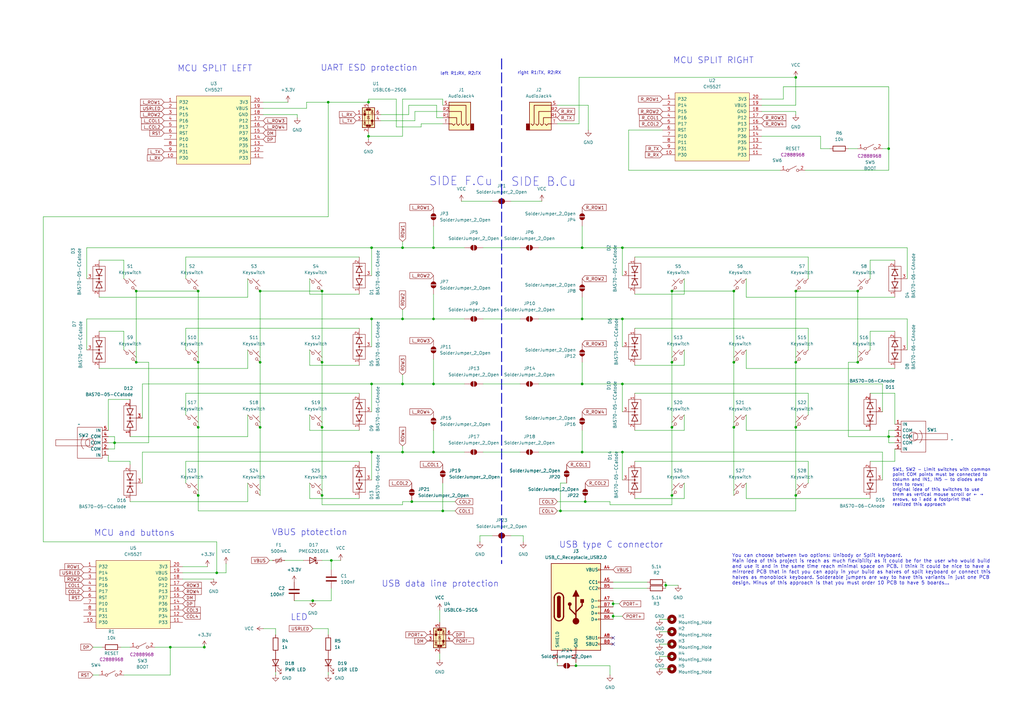
<source format=kicad_sch>
(kicad_sch (version 20231120) (generator "eeschema") (generator_version "8.0")
  (paper "A3")
  (title_block (title "Kazhan") (date "2024-11-16") (rev "1") (comment 1 "Kazhan mechanical keyboard"))
  (junction (at 238.76 130.81))
  (junction (at 134.62 41.91))
  (junction (at 152.4 101.6))
  (junction (at 69.85 265.43))
  (junction (at 46.99 181.61))
  (junction (at 132.08 119.38))
  (junction (at 177.8 185.42))
  (junction (at 81.28 148.59))
  (junction (at 177.8 101.6))
  (junction (at 177.8 157.48))
  (junction (at 255.27 157.48))
  (junction (at 132.08 148.59))
  (junction (at 351.79 119.38))
  (junction (at 132.08 175.26))
  (junction (at 165.1 130.81))
  (junction (at 55.88 119.38))
  (junction (at 236.22 273.05))
  (junction (at 300.99 119.38))
  (junction (at 326.39 148.59))
  (junction (at 152.4 157.48))
  (junction (at 181.61 209.55))
  (junction (at 106.68 119.38))
  (junction (at 326.39 31.75))
  (junction (at 300.99 175.26))
  (junction (at 135.89 229.87))
  (junction (at 128.27 246.38))
  (junction (at 275.59 119.38))
  (junction (at 255.27 130.81))
  (junction (at 364.49 60.96))
  (junction (at 275.59 203.2))
  (junction (at 326.39 203.2))
  (junction (at 151.13 41.91))
  (junction (at 165.1 185.42))
  (junction (at 177.8 130.81))
  (junction (at 81.28 119.38))
  (junction (at 326.39 175.26))
  (junction (at 83.82 265.43))
  (junction (at 255.27 185.42))
  (junction (at 326.39 119.38))
  (junction (at 251.46 247.65))
  (junction (at 106.68 175.26))
  (junction (at 151.13 55.88))
  (junction (at 152.4 130.81))
  (junction (at 88.9 234.95))
  (junction (at 106.68 148.59))
  (junction (at 275.59 175.26))
  (junction (at 152.4 185.42))
  (junction (at 132.08 203.2))
  (junction (at 238.76 185.42))
  (junction (at 351.79 148.59))
  (junction (at 255.27 101.6))
  (junction (at 165.1 157.48))
  (junction (at 364.49 179.07))
  (junction (at 300.99 148.59))
  (junction (at 81.28 175.26))
  (junction (at 251.46 252.73))
  (junction (at 273.05 240.03))
  (junction (at 81.28 203.2))
  (junction (at 238.76 157.48))
  (junction (at 229.87 209.55))
  (junction (at 240.03 205.74))
  (junction (at 55.88 148.59))
  (junction (at 168.91 205.74))
  (junction (at 275.59 148.59))
  (junction (at 165.1 101.6))
  (junction (at 238.76 101.6))
  (no_connect (at 251.46 261.62))
  (no_connect (at 251.46 264.16))
  (wire (pts (xy 38.1 276.86) (xy 40.64 276.86)))
  (wire (pts (xy 152.4 113.03) (xy 152.4 101.6)))
  (wire (pts (xy 69.85 265.43) (xy 69.85 276.86)))
  (wire (pts (xy 229.87 209.55) (xy 326.39 209.55)))
  (wire (pts (xy 165.1 182.88) (xy 165.1 185.42)))
  (wire (pts (xy 83.82 265.43) (xy 69.85 265.43)))
  (wire (pts (xy 152.4 185.42) (xy 58.42 185.42)))
  (wire (pts (xy 106.68 175.26) (xy 106.68 203.2)))
  (wire (pts (xy 356.87 189.23) (xy 367.03 189.23)))
  (wire (pts (xy 270.51 264.16) (xy 275.59 264.16)))
  (wire (pts (xy 229.87 198.12) (xy 229.87 209.55)))
  (wire (pts (xy 50.8 135.89) (xy 40.64 135.89)))
  (wire (pts (xy 177.8 130.81) (xy 190.5 130.81)))
  (wire (pts (xy 58.42 157.48) (xy 58.42 171.45)))
  (wire (pts (xy 361.95 60.96) (xy 364.49 60.96)))
  (wire (pts (xy 356.87 176.53) (xy 306.07 176.53)))
  (wire (pts (xy 238.76 130.81) (xy 255.27 130.81)))
  (wire (pts (xy 76.2 105.41) (xy 76.2 114.3)))
  (wire (pts (xy 240.03 205.74) (xy 228.6 205.74)))
  (wire (pts (xy 55.88 119.38) (xy 81.28 119.38)))
  (wire (pts (xy 336.55 55.88) (xy 336.55 60.96)))
  (wire (pts (xy 364.49 179.07) (xy 347.98 179.07)))
  (wire (pts (xy 229.87 198.12) (xy 232.41 198.12)))
  (wire (pts (xy 336.55 60.96) (xy 340.36 60.96)))
  (wire (pts (xy 167.64 46.99) (xy 156.21 46.99)))
  (wire (pts (xy 107.95 44.45) (xy 125.73 44.45)))
  (wire (pts (xy 128.27 246.38) (xy 135.89 246.38)))
  (wire (pts (xy 38.1 265.43) (xy 41.91 265.43)))
  (wire (pts (xy 53.34 189.23) (xy 44.45 189.23)))
  (wire (pts (xy 165.1 55.88) (xy 151.13 55.88)))
  (wire (pts (xy 254 247.65) (xy 251.46 247.65)))
  (wire (pts (xy 127 204.47) (xy 127 198.12)))
  (wire (pts (xy 220.98 101.6) (xy 238.76 101.6)))
  (wire (pts (xy 270.51 269.24) (xy 275.59 269.24)))
  (wire (pts (xy 270.51 274.32) (xy 275.59 274.32)))
  (wire (pts (xy 106.68 148.59) (xy 106.68 175.26)))
  (wire (pts (xy 275.59 119.38) (xy 300.99 119.38)))
  (wire (pts (xy 74.93 234.95) (xy 88.9 234.95)))
  (wire (pts (xy 280.67 149.86) (xy 280.67 143.51)))
  (wire (pts (xy 134.62 41.91) (xy 134.62 88.9)))
  (wire (pts (xy 356.87 161.29) (xy 367.03 161.29)))
  (wire (pts (xy 364.49 69.85) (xy 330.2 69.85)))
  (wire (pts (xy 240.03 205.74) (xy 250.19 205.74)))
  (wire (pts (xy 255.27 252.73) (xy 251.46 252.73)))
  (wire (pts (xy 241.3 53.34) (xy 241.3 43.18)))
  (wire (pts (xy 132.08 175.26) (xy 132.08 148.59)))
  (wire (pts (xy 35.56 101.6) (xy 35.56 114.3)))
  (wire (pts (xy 220.98 157.48) (xy 238.76 157.48)))
  (wire (pts (xy 152.4 101.6) (xy 165.1 101.6)))
  (wire (pts (xy 113.03 257.81) (xy 113.03 260.35)))
  (wire (pts (xy 280.67 120.65) (xy 280.67 114.3)))
  (wire (pts (xy 44.45 189.23) (xy 44.45 186.69)))
  (wire (pts (xy 152.4 157.48) (xy 58.42 157.48)))
  (wire (pts (xy 312.42 55.88) (xy 336.55 55.88)))
  (wire (pts (xy 76.2 161.29) (xy 76.2 170.18)))
  (wire (pts (xy 238.76 148.59) (xy 238.76 157.48)))
  (wire (pts (xy 255.27 101.6) (xy 372.11 101.6)))
  (wire (pts (xy 220.98 185.42) (xy 238.76 185.42)))
  (wire (pts (xy 275.59 148.59) (xy 275.59 175.26)))
  (wire (pts (xy 326.39 119.38) (xy 351.79 119.38)))
  (wire (pts (xy 255.27 185.42) (xy 255.27 196.85)))
  (wire (pts (xy 198.12 130.81) (xy 213.36 130.81)))
  (wire (pts (xy 35.56 130.81) (xy 35.56 143.51)))
  (wire (pts (xy 372.11 130.81) (xy 372.11 143.51)))
  (wire (pts (xy 177.8 157.48) (xy 190.5 157.48)))
  (wire (pts (xy 177.8 120.65) (xy 177.8 130.81)))
  (wire (pts (xy 58.42 185.42) (xy 58.42 198.12)))
  (wire (pts (xy 101.6 170.18) (xy 101.6 179.07)))
  (wire (pts (xy 83.82 264.16) (xy 83.82 265.43)))
  (wire (pts (xy 255.27 185.42) (xy 361.95 185.42)))
  (wire (pts (xy 251.46 247.65) (xy 251.46 248.92)))
  (wire (pts (xy 347.98 148.59) (xy 351.79 148.59)))
  (wire (pts (xy 251.46 241.3) (xy 265.43 241.3)))
  (wire (pts (xy 152.4 130.81) (xy 165.1 130.81)))
  (wire (pts (xy 238.76 92.71) (xy 238.76 101.6)))
  (wire (pts (xy 364.49 179.07) (xy 367.03 179.07)))
  (wire (pts (xy 306.07 114.3) (xy 306.07 121.92)))
  (wire (pts (xy 121.92 46.99) (xy 107.95 46.99)))
  (wire (pts (xy 110.49 229.87) (xy 111.76 229.87)))
  (wire (pts (xy 116.84 229.87) (xy 124.46 229.87)))
  (wire (pts (xy 147.32 204.47) (xy 127 204.47)))
  (wire (pts (xy 356.87 114.3) (xy 356.87 106.68)))
  (wire (pts (xy 198.12 101.6) (xy 213.36 101.6)))
  (wire (pts (xy 152.4 142.24) (xy 152.4 130.81)))
  (wire (pts (xy 147.32 149.86) (xy 127 149.86)))
  (wire (pts (xy 321.31 35.56) (xy 321.31 40.64)))
  (wire (pts (xy 300.99 175.26) (xy 300.99 203.2)))
  (wire (pts (xy 81.28 175.26) (xy 81.28 203.2)))
  (wire (pts (xy 209.55 82.55) (xy 222.25 82.55)))
  (wire (pts (xy 250.19 207.01) (xy 250.19 205.74)))
  (wire (pts (xy 260.35 120.65) (xy 280.67 120.65)))
  (wire (pts (xy 251.46 238.76) (xy 265.43 238.76)))
  (wire (pts (xy 237.49 50.8) (xy 228.6 50.8)))
  (wire (pts (xy 60.96 148.59) (xy 55.88 148.59)))
  (wire (pts (xy 132.08 207.01) (xy 132.08 203.2)))
  (wire (pts (xy 198.12 157.48) (xy 213.36 157.48)))
  (wire (pts (xy 152.4 185.42) (xy 165.1 185.42)))
  (wire (pts (xy 255.27 157.48) (xy 361.95 157.48)))
  (wire (pts (xy 177.8 185.42) (xy 190.5 185.42)))
  (wire (pts (xy 177.8 147.32) (xy 177.8 157.48)))
  (wire (pts (xy 255.27 142.24) (xy 255.27 130.81)))
  (wire (pts (xy 326.39 209.55) (xy 326.39 203.2)))
  (wire (pts (xy 101.6 114.3) (xy 101.6 121.92)))
  (wire (pts (xy 326.39 31.75) (xy 326.39 43.18)))
  (wire (pts (xy 165.1 205.74) (xy 168.91 205.74)))
  (wire (pts (xy 251.46 246.38) (xy 251.46 247.65)))
  (wire (pts (xy 347.98 179.07) (xy 347.98 148.59)))
  (wire (pts (xy 257.81 69.85) (xy 257.81 53.34)))
  (wire (pts (xy 165.1 157.48) (xy 177.8 157.48)))
  (wire (pts (xy 238.76 121.92) (xy 238.76 130.81)))
  (wire (pts (xy 17.78 88.9) (xy 17.78 222.25)))
  (wire (pts (xy 55.88 148.59) (xy 55.88 119.38)))
  (wire (pts (xy 220.98 130.81) (xy 238.76 130.81)))
  (wire (pts (xy 165.1 101.6) (xy 177.8 101.6)))
  (wire (pts (xy 251.46 252.73) (xy 251.46 254)))
  (wire (pts (xy 125.73 44.45) (xy 125.73 41.91)))
  (wire (pts (xy 300.99 119.38) (xy 300.99 148.59)))
  (wire (pts (xy 120.65 246.38) (xy 128.27 246.38)))
  (wire (pts (xy 331.47 189.23) (xy 260.35 189.23)))
  (wire (pts (xy 181.61 45.72) (xy 170.18 45.72)))
  (wire (pts (xy 228.6 209.55) (xy 229.87 209.55)))
  (wire (pts (xy 326.39 175.26) (xy 326.39 203.2)))
  (wire (pts (xy 273.05 240.03) (xy 273.05 238.76)))
  (wire (pts (xy 273.05 240.03) (xy 273.05 241.3)))
  (wire (pts (xy 44.45 184.15) (xy 46.99 184.15)))
  (wire (pts (xy 331.47 189.23) (xy 331.47 198.12)))
  (wire (pts (xy 81.28 209.55) (xy 181.61 209.55)))
  (wire (pts (xy 134.62 41.91) (xy 151.13 41.91)))
  (wire (pts (xy 165.1 40.64) (xy 165.1 55.88)))
  (wire (pts (xy 125.73 41.91) (xy 134.62 41.91)))
  (wire (pts (xy 127 120.65) (xy 127 114.3)))
  (wire (pts (xy 76.2 134.62) (xy 76.2 143.51)))
  (wire (pts (xy 260.35 176.53) (xy 280.67 176.53)))
  (wire (pts (xy 181.61 40.64) (xy 165.1 40.64)))
  (wire (pts (xy 165.1 127) (xy 165.1 130.81)))
  (wire (pts (xy 275.59 207.01) (xy 275.59 203.2)))
  (wire (pts (xy 198.12 185.42) (xy 213.36 185.42)))
  (wire (pts (xy 177.8 92.71) (xy 177.8 101.6)))
  (wire (pts (xy 181.61 209.55) (xy 186.69 209.55)))
  (polyline (pts (xy 205.74 24.13) (xy 205.74 231.14)) (stroke (width 0.381) (type dash)))
  (wire (pts (xy 177.8 176.53) (xy 177.8 185.42)))
  (wire (pts (xy 40.64 151.13) (xy 101.6 151.13)))
  (wire (pts (xy 165.1 205.74) (xy 165.1 207.01)))
  (wire (pts (xy 165.1 185.42) (xy 177.8 185.42)))
  (wire (pts (xy 152.4 101.6) (xy 35.56 101.6)))
  (wire (pts (xy 250.19 207.01) (xy 275.59 207.01)))
  (wire (pts (xy 237.49 31.75) (xy 237.49 50.8)))
  (wire (pts (xy 74.93 237.49) (xy 87.63 237.49)))
  (wire (pts (xy 151.13 55.88) (xy 151.13 57.15)))
  (wire (pts (xy 170.18 49.53) (xy 156.21 49.53)))
  (wire (pts (xy 181.61 50.8) (xy 172.72 50.8)))
  (wire (pts (xy 165.1 130.81) (xy 177.8 130.81)))
  (wire (pts (xy 127 176.53) (xy 127 170.18)))
  (wire (pts (xy 326.39 148.59) (xy 326.39 175.26)))
  (wire (pts (xy 326.39 45.72) (xy 312.42 45.72)))
  (wire (pts (xy 151.13 41.91) (xy 151.13 40.64)))
  (wire (pts (xy 331.47 134.62) (xy 331.47 143.51)))
  (wire (pts (xy 367.03 176.53) (xy 364.49 176.53)))
  (wire (pts (xy 53.34 205.74) (xy 101.6 205.74)))
  (wire (pts (xy 356.87 204.47) (xy 306.07 204.47)))
  (wire (pts (xy 167.64 43.18) (xy 179.07 43.18)))
  (wire (pts (xy 250.19 273.05) (xy 250.19 276.86)))
  (wire (pts (xy 81.28 119.38) (xy 81.28 148.59)))
  (wire (pts (xy 257.81 53.34) (xy 271.78 53.34)))
  (wire (pts (xy 92.71 234.95) (xy 92.71 231.14)))
  (wire (pts (xy 251.46 251.46) (xy 251.46 252.73)))
  (wire (pts (xy 44.45 163.83) (xy 53.34 163.83)))
  (wire (pts (xy 209.55 219.71) (xy 214.63 219.71)))
  (wire (pts (xy 121.92 48.26) (xy 121.92 46.99)))
  (wire (pts (xy 196.85 219.71) (xy 201.93 219.71)))
  (wire (pts (xy 132.08 203.2) (xy 132.08 175.26)))
  (wire (pts (xy 326.39 119.38) (xy 326.39 148.59)))
  (wire (pts (xy 312.42 43.18) (xy 326.39 43.18)))
  (wire (pts (xy 152.4 196.85) (xy 152.4 185.42)))
  (wire (pts (xy 63.5 265.43) (xy 69.85 265.43)))
  (wire (pts (xy 132.08 229.87) (xy 135.89 229.87)))
  (wire (pts (xy 351.79 148.59) (xy 351.79 119.38)))
  (wire (pts (xy 270.51 254) (xy 275.59 254)))
  (wire (pts (xy 162.56 52.07) (xy 162.56 40.64)))
  (wire (pts (xy 372.11 101.6) (xy 372.11 114.3)))
  (wire (pts (xy 275.59 119.38) (xy 275.59 148.59)))
  (wire (pts (xy 69.85 276.86) (xy 50.8 276.86)))
  (wire (pts (xy 81.28 148.59) (xy 81.28 175.26)))
  (wire (pts (xy 172.72 52.07) (xy 162.56 52.07)))
  (wire (pts (xy 107.95 41.91) (xy 118.11 41.91)))
  (wire (pts (xy 167.64 43.18) (xy 167.64 46.99)))
  (wire (pts (xy 238.76 185.42) (xy 255.27 185.42)))
  (wire (pts (xy 361.95 157.48) (xy 361.95 168.91)))
  (wire (pts (xy 275.59 175.26) (xy 275.59 203.2)))
  (wire (pts (xy 270.51 259.08) (xy 275.59 259.08)))
  (wire (pts (xy 255.27 168.91) (xy 255.27 157.48)))
  (wire (pts (xy 53.34 179.07) (xy 101.6 179.07)))
  (wire (pts (xy 134.62 88.9) (xy 17.78 88.9)))
  (wire (pts (xy 46.99 181.61) (xy 46.99 184.15)))
  (wire (pts (xy 88.9 234.95) (xy 92.71 234.95)))
  (wire (pts (xy 40.64 121.92) (xy 101.6 121.92)))
  (wire (pts (xy 46.99 179.07) (xy 46.99 181.61)))
  (wire (pts (xy 181.61 43.18) (xy 181.61 40.64)))
  (wire (pts (xy 165.1 99.06) (xy 165.1 101.6)))
  (wire (pts (xy 147.32 120.65) (xy 127 120.65)))
  (wire (pts (xy 367.03 121.92) (xy 306.07 121.92)))
  (wire (pts (xy 53.34 190.5) (xy 53.34 189.23)))
  (wire (pts (xy 250.19 273.05) (xy 236.22 273.05)))
  (wire (pts (xy 189.23 82.55) (xy 201.93 82.55)))
  (wire (pts (xy 132.08 119.38) (xy 106.68 119.38)))
  (wire (pts (xy 135.89 229.87) (xy 135.89 233.68)))
  (wire (pts (xy 107.95 257.81) (xy 113.03 257.81)))
  (wire (pts (xy 101.6 198.12) (xy 101.6 205.74)))
  (wire (pts (xy 356.87 106.68) (xy 367.03 106.68)))
  (wire (pts (xy 356.87 143.51) (xy 356.87 135.89)))
  (wire (pts (xy 165.1 153.67) (xy 165.1 157.48)))
  (wire (pts (xy 260.35 204.47) (xy 280.67 204.47)))
  (wire (pts (xy 237.49 31.75) (xy 326.39 31.75)))
  (wire (pts (xy 180.34 250.19) (xy 180.34 255.27)))
  (wire (pts (xy 60.96 181.61) (xy 60.96 148.59)))
  (wire (pts (xy 101.6 143.51) (xy 101.6 151.13)))
  (wire (pts (xy 88.9 222.25) (xy 88.9 234.95)))
  (wire (pts (xy 49.53 265.43) (xy 53.34 265.43)))
  (wire (pts (xy 228.6 271.78) (xy 228.6 273.05)))
  (wire (pts (xy 162.56 40.64) (xy 151.13 40.64)))
  (wire (pts (xy 255.27 113.03) (xy 255.27 101.6)))
  (wire (pts (xy 364.49 69.85) (xy 364.49 60.96)))
  (wire (pts (xy 76.2 134.62) (xy 147.32 134.62)))
  (wire (pts (xy 46.99 181.61) (xy 60.96 181.61)))
  (wire (pts (xy 326.39 46.99) (xy 326.39 45.72)))
  (wire (pts (xy 306.07 170.18) (xy 306.07 176.53)))
  (wire (pts (xy 113.03 276.86) (xy 113.03 275.59)))
  (wire (pts (xy 367.03 161.29) (xy 367.03 173.99)))
  (wire (pts (xy 44.45 179.07) (xy 46.99 179.07)))
  (wire (pts (xy 278.13 240.03) (xy 273.05 240.03)))
  (wire (pts (xy 81.28 209.55) (xy 81.28 203.2)))
  (wire (pts (xy 152.4 157.48) (xy 165.1 157.48)))
  (wire (pts (xy 180.34 267.97) (xy 180.34 270.51)))
  (wire (pts (xy 76.2 161.29) (xy 147.32 161.29)))
  (wire (pts (xy 106.68 119.38) (xy 106.68 148.59)))
  (wire (pts (xy 50.8 143.51) (xy 50.8 135.89)))
  (wire (pts (xy 196.85 219.71) (xy 196.85 222.25)))
  (wire (pts (xy 364.49 179.07) (xy 364.49 181.61)))
  (wire (pts (xy 44.45 163.83) (xy 44.45 176.53)))
  (wire (pts (xy 361.95 185.42) (xy 361.95 196.85)))
  (wire (pts (xy 300.99 148.59) (xy 300.99 175.26)))
  (wire (pts (xy 214.63 219.71) (xy 214.63 222.25)))
  (wire (pts (xy 331.47 161.29) (xy 260.35 161.29)))
  (wire (pts (xy 170.18 45.72) (xy 170.18 49.53)))
  (wire (pts (xy 179.07 43.18) (xy 179.07 48.26)))
  (wire (pts (xy 331.47 161.29) (xy 331.47 170.18)))
  (wire (pts (xy 177.8 101.6) (xy 190.5 101.6)))
  (wire (pts (xy 50.8 106.68) (xy 40.64 106.68)))
  (wire (pts (xy 44.45 181.61) (xy 46.99 181.61)))
  (wire (pts (xy 238.76 176.53) (xy 238.76 185.42)))
  (wire (pts (xy 76.2 105.41) (xy 147.32 105.41)))
  (wire (pts (xy 364.49 176.53) (xy 364.49 179.07)))
  (wire (pts (xy 260.35 149.86) (xy 280.67 149.86)))
  (wire (pts (xy 181.61 198.12) (xy 181.61 209.55)))
  (wire (pts (xy 127 149.86) (xy 127 143.51)))
  (wire (pts (xy 241.3 43.18) (xy 228.6 43.18)))
  (wire (pts (xy 280.67 204.47) (xy 280.67 198.12)))
  (wire (pts (xy 134.62 276.86) (xy 134.62 275.59)))
  (wire (pts (xy 257.81 69.85) (xy 320.04 69.85)))
  (wire (pts (xy 238.76 157.48) (xy 255.27 157.48)))
  (wire (pts (xy 168.91 205.74) (xy 186.69 205.74)))
  (wire (pts (xy 238.76 101.6) (xy 255.27 101.6)))
  (wire (pts (xy 331.47 105.41) (xy 331.47 114.3)))
  (wire (pts (xy 364.49 35.56) (xy 321.31 35.56)))
  (wire (pts (xy 152.4 168.91) (xy 152.4 157.48)))
  (wire (pts (xy 151.13 54.61) (xy 151.13 55.88)))
  (wire (pts (xy 165.1 207.01) (xy 132.08 207.01)))
  (wire (pts (xy 321.31 40.64) (xy 312.42 40.64)))
  (wire (pts (xy 331.47 134.62) (xy 260.35 134.62)))
  (wire (pts (xy 356.87 135.89) (xy 367.03 135.89)))
  (wire (pts (xy 17.78 222.25) (xy 88.9 222.25)))
  (wire (pts (xy 76.2 189.23) (xy 76.2 198.12)))
  (wire (pts (xy 236.22 271.78) (xy 236.22 273.05)))
  (wire (pts (xy 367.03 151.13) (xy 306.07 151.13)))
  (wire (pts (xy 364.49 181.61) (xy 367.03 181.61)))
  (wire (pts (xy 306.07 198.12) (xy 306.07 204.47)))
  (wire (pts (xy 255.27 130.81) (xy 372.11 130.81)))
  (wire (pts (xy 280.67 176.53) (xy 280.67 170.18)))
  (wire (pts (xy 179.07 48.26) (xy 181.61 48.26)))
  (wire (pts (xy 135.89 229.87) (xy 139.7 229.87)))
  (wire (pts (xy 347.98 60.96) (xy 351.79 60.96)))
  (wire (pts (xy 306.07 143.51) (xy 306.07 151.13)))
  (wire (pts (xy 76.2 189.23) (xy 147.32 189.23)))
  (wire (pts (xy 134.62 257.81) (xy 134.62 260.35)))
  (wire (pts (xy 172.72 50.8) (xy 172.72 52.07)))
  (wire (pts (xy 128.27 257.81) (xy 134.62 257.81)))
  (wire (pts (xy 364.49 60.96) (xy 364.49 35.56)))
  (wire (pts (xy 367.03 184.15) (xy 367.03 189.23)))
  (wire (pts (xy 331.47 105.41) (xy 260.35 105.41)))
  (wire (pts (xy 135.89 246.38) (xy 135.89 241.3)))
  (wire (pts (xy 50.8 114.3) (xy 50.8 106.68)))
  (wire (pts (xy 147.32 176.53) (xy 127 176.53)))
  (wire (pts (xy 74.93 232.41) (xy 85.09 232.41)))
  (wire (pts (xy 132.08 148.59) (xy 132.08 119.38)))
  (wire (pts (xy 152.4 130.81) (xy 35.56 130.81)))
  (text "SW1, SW2 - Limit switches with common\npoint COM points must be connected to\ncolumn and IN1, IN5 - to diodes and \nthen to rows;\noriginal idea of this switches to use\nthem as vertical mouse scroll or ← → \narrows, so i add a footprint that \nrealized this approach\n \n" (at 366.014 200.914 0) (effects (font (size 1.27 1.27)) (justify left)))
  (text "You can choose between two options: Unibody or Split keyboard. \nMain idea of this project is reach as much flexibility as it could be for the user who would build\nand use it and in the same time reach minimal space on PCB. I think it could be nice to have a\nmirrored PCB that in fact you can apply in your build as halves of split keyboard or connect this\nhalves as monoblock keyboard. Solderable jumpers are way to have this variants in just one PCB \ndesign. Minus of this approach is that you must order 10 PCB to have 5 boards... \n \n" (at 300.228 234.696 0) (effects (font (size 1.397 1.397)) (justify left)))
  (text "MCU and buttons\n" (at 55.118 218.694 0) (effects (font (size 2.54 2.54))))
  (text "right R1:TX, R2:RX" (at 221.234 29.972 0) (effects (font (size 1.27 1.27))))
  (text "USB type C connector\n" (at 250.698 223.52 0) (effects (font (size 2.54 2.54))))
  (text "MCU SPLIT LEFT\n" (at 88.138 28.194 0) (effects (font (size 2.54 2.54))))
  (text "SIDE B.Cu \n" (at 224.282 74.676 0) (effects (font (size 3.556 3.556))))
  (text "USB data line protection\n" (at 180.594 239.522 0) (effects (font (size 2.54 2.54))))
  (text "left R1:RX, R2:TX\n" (at 180.594 30.988 0) (effects (font (size 1.27 1.27)) (justify left bottom)))
  (text "MCU SPLIT RIGHT\n\n" (at 292.608 26.924 0) (effects (font (size 2.54 2.54))))
  (text "LED\n" (at 122.682 253.238 0) (effects (font (size 2.54 2.54))))
  (text "UART ESD protection\n" (at 151.384 27.94 0) (effects (font (size 2.54 2.54))))
  (text "VBUS ptotection\n" (at 127 218.44 0) (effects (font (size 2.54 2.54))))
  (text "SIDE F.Cu\n" (at 188.976 74.422 0) (effects (font (size 3.556 3.556))))
  (global_label "L_TX" (shape input) (at 146.05 49.53 180) (property "Intersheetrefs" "${INTERSHEET_REFS}" (effects (hide yes))))
  (global_label "DP" (shape input) (at 74.93 247.65 0) (property "Intersheetrefs" "${INTERSHEET_REFS}" (effects (hide yes))))
  (global_label "COL2" (shape input) (at 186.69 205.74 0) (property "Intersheetrefs" "${INTERSHEET_REFS}" (effects (hide yes))))
  (global_label "COL1" (shape input) (at 186.69 209.55 0) (property "Intersheetrefs" "${INTERSHEET_REFS}" (effects (hide yes))))
  (global_label "L_TX" (shape input) (at 67.31 62.23 180) (property "Intersheetrefs" "${INTERSHEET_REFS}" (effects (hide yes))))
  (global_label "ROW2" (shape input) (at 34.29 237.49 180) (property "Intersheetrefs" "${INTERSHEET_REFS}" (effects (hide yes))))
  (global_label "L_ROW2" (shape input) (at 67.31 46.99 180) (property "Intersheetrefs" "${INTERSHEET_REFS}" (effects (hide yes))))
  (global_label "L_ROW2" (shape input) (at 177.8 113.03 180) (property "Intersheetrefs" "${INTERSHEET_REFS}" (effects (hide yes))))
  (global_label "R_ROW2" (shape input) (at 271.78 45.72 180) (property "Intersheetrefs" "${INTERSHEET_REFS}" (effects (hide yes))))
  (global_label "ROW3" (shape input) (at 74.93 240.03 0) (property "Intersheetrefs" "${INTERSHEET_REFS}" (effects (hide yes))))
  (global_label "R_TX" (shape input) (at 271.78 60.96 180) (property "Intersheetrefs" "${INTERSHEET_REFS}" (effects (hide yes))))
  (global_label "L_ROW3" (shape input) (at 107.95 49.53 0) (property "Intersheetrefs" "${INTERSHEET_REFS}" (effects (hide yes))))
  (global_label "R_ROW1" (shape input) (at 271.78 40.64 180) (property "Intersheetrefs" "${INTERSHEET_REFS}" (effects (hide yes))))
  (global_label "L_COL2" (shape input) (at 168.91 198.12 180) (property "Intersheetrefs" "${INTERSHEET_REFS}" (effects (hide yes))))
  (global_label "COL1" (shape input) (at 34.29 240.03 180) (property "Intersheetrefs" "${INTERSHEET_REFS}" (effects (hide yes))))
  (global_label "L_RX" (shape input) (at 146.05 46.99 180) (property "Intersheetrefs" "${INTERSHEET_REFS}" (effects (hide yes))))
  (global_label "USRLED" (shape input) (at 34.29 234.95 180) (property "Intersheetrefs" "${INTERSHEET_REFS}" (effects (hide yes))))
  (global_label "L_ROW1" (shape input) (at 177.8 85.09 180) (property "Intersheetrefs" "${INTERSHEET_REFS}" (effects (hide yes))))
  (global_label "R_COL1" (shape input) (at 232.41 190.5 0) (property "Intersheetrefs" "${INTERSHEET_REFS}" (effects (hide yes))))
  (global_label "L_RX" (shape input) (at 67.31 64.77 180) (property "Intersheetrefs" "${INTERSHEET_REFS}" (effects (hide yes))))
  (global_label "L_ROW4" (shape input) (at 107.95 52.07 0) (property "Intersheetrefs" "${INTERSHEET_REFS}" (effects (hide yes))))
  (global_label "L_COL1" (shape input) (at 67.31 49.53 180) (property "Intersheetrefs" "${INTERSHEET_REFS}" (effects (hide yes))))
  (global_label "DM" (shape input) (at 175.26 262.89 180) (property "Intersheetrefs" "${INTERSHEET_REFS}" (effects (hide yes))))
  (global_label "R_RX" (shape input) (at 271.78 63.5 180) (property "Intersheetrefs" "${INTERSHEET_REFS}" (effects (hide yes))))
  (global_label "PORT+" (shape input) (at 255.27 252.73 0) (property "Intersheetrefs" "${INTERSHEET_REFS}" (effects (hide yes))))
  (global_label "R_RX" (shape input) (at 228.6 45.72 0) (property "Intersheetrefs" "${INTERSHEET_REFS}" (effects (hide yes))))
  (global_label "R_ROW4" (shape input) (at 312.42 50.8 0) (property "Intersheetrefs" "${INTERSHEET_REFS}" (effects (hide yes))))
  (global_label "COL3" (shape input) (at 228.6 205.74 180) (property "Intersheetrefs" "${INTERSHEET_REFS}" (effects (hide yes))))
  (global_label "ROW2" (shape input) (at 165.1 127 90) (property "Intersheetrefs" "${INTERSHEET_REFS}" (effects (hide yes))))
  (global_label "R_COL2" (shape input) (at 271.78 50.8 180) (property "Intersheetrefs" "${INTERSHEET_REFS}" (effects (hide yes))))
  (global_label "R_ROW3" (shape input) (at 238.76 140.97 0) (property "Intersheetrefs" "${INTERSHEET_REFS}" (effects (hide yes))))
  (global_label "USRLED" (shape input) (at 67.31 44.45 180) (property "Intersheetrefs" "${INTERSHEET_REFS}" (effects (hide yes))))
  (global_label "ROW1" (shape input) (at 165.1 99.06 90) (property "Intersheetrefs" "${INTERSHEET_REFS}" (effects (hide yes))))
  (global_label "COL4" (shape input) (at 228.6 209.55 180) (property "Intersheetrefs" "${INTERSHEET_REFS}" (effects (hide yes))))
  (global_label "VBUS" (shape input) (at 110.49 229.87 180) (property "Intersheetrefs" "${INTERSHEET_REFS}" (effects (hide yes))))
  (global_label "R_ROW4" (shape input) (at 238.76 168.91 0) (property "Intersheetrefs" "${INTERSHEET_REFS}" (effects (hide yes))))
  (global_label "RST" (shape input) (at 67.31 54.61 180) (property "Intersheetrefs" "${INTERSHEET_REFS}" (effects (hide yes))))
  (global_label "R_ROW2" (shape input) (at 238.76 114.3 0) (property "Intersheetrefs" "${INTERSHEET_REFS}" (effects (hide yes))))
  (global_label "R_ROW1" (shape input) (at 238.76 85.09 0) (property "Intersheetrefs" "${INTERSHEET_REFS}" (effects (hide yes))))
  (global_label "ROW1" (shape input) (at 34.29 232.41 180) (property "Intersheetrefs" "${INTERSHEET_REFS}" (effects (hide yes))))
  (global_label "PORT+" (shape input) (at 175.26 260.35 180) (property "Intersheetrefs" "${INTERSHEET_REFS}" (effects (hide yes))))
  (global_label "PORT-" (shape input) (at 185.42 262.89 0) (property "Intersheetrefs" "${INTERSHEET_REFS}" (effects (hide yes))))
  (global_label "VBUS" (shape input) (at 251.46 233.68 0) (property "Intersheetrefs" "${INTERSHEET_REFS}" (effects (hide yes))))
  (global_label "PORT-" (shape input) (at 254 247.65 0) (property "Intersheetrefs" "${INTERSHEET_REFS}" (effects (hide yes))))
  (global_label "R_COL2" (shape input) (at 240.03 198.12 0) (property "Intersheetrefs" "${INTERSHEET_REFS}" (effects (hide yes))))
  (global_label "L_ROW1" (shape input) (at 67.31 41.91 180) (property "Intersheetrefs" "${INTERSHEET_REFS}" (effects (hide yes))))
  (global_label "COL3" (shape input) (at 74.93 250.19 0) (property "Intersheetrefs" "${INTERSHEET_REFS}" (effects (hide yes))))
  (global_label "DP" (shape input) (at 38.1 265.43 180) (property "Intersheetrefs" "${INTERSHEET_REFS}" (effects (hide yes))))
  (global_label "R_COL1" (shape input) (at 271.78 48.26 180) (property "Intersheetrefs" "${INTERSHEET_REFS}" (effects (hide yes))))
  (global_label "COL4" (shape input) (at 74.93 252.73 0) (property "Intersheetrefs" "${INTERSHEET_REFS}" (effects (hide yes))))
  (global_label "COL2" (shape input) (at 34.29 242.57 180) (property "Intersheetrefs" "${INTERSHEET_REFS}" (effects (hide yes))))
  (global_label "ROW4" (shape input) (at 74.93 242.57 0) (property "Intersheetrefs" "${INTERSHEET_REFS}" (effects (hide yes))))
  (global_label "DP" (shape input) (at 107.95 57.15 0) (property "Intersheetrefs" "${INTERSHEET_REFS}" (effects (hide yes))))
  (global_label "R_ROW3" (shape input) (at 312.42 48.26 0) (property "Intersheetrefs" "${INTERSHEET_REFS}" (effects (hide yes))))
  (global_label "ROW3" (shape input) (at 165.1 153.67 90) (property "Intersheetrefs" "${INTERSHEET_REFS}" (effects (hide yes))))
  (global_label "DM" (shape input) (at 107.95 54.61 0) (property "Intersheetrefs" "${INTERSHEET_REFS}" (effects (hide yes))))
  (global_label "DM" (shape input) (at 74.93 245.11 0) (property "Intersheetrefs" "${INTERSHEET_REFS}" (effects (hide yes))))
  (global_label "ROW4" (shape input) (at 165.1 182.88 90) (property "Intersheetrefs" "${INTERSHEET_REFS}" (effects (hide yes))))
  (global_label "DP" (shape input) (at 185.42 260.35 0) (property "Intersheetrefs" "${INTERSHEET_REFS}" (effects (hide yes))))
  (global_label "L_ROW4" (shape input) (at 177.8 168.91 180) (property "Intersheetrefs" "${INTERSHEET_REFS}" (effects (hide yes))))
  (global_label "RST" (shape input) (at 38.1 276.86 180) (property "Intersheetrefs" "${INTERSHEET_REFS}" (effects (hide yes))))
  (global_label "L_ROW3" (shape input) (at 177.8 139.7 180) (property "Intersheetrefs" "${INTERSHEET_REFS}" (effects (hide yes))))
  (global_label "L_COL1" (shape input) (at 181.61 190.5 180) (property "Intersheetrefs" "${INTERSHEET_REFS}" (effects (hide yes))))
  (global_label "USRLED" (shape input) (at 128.27 257.81 180) (property "Intersheetrefs" "${INTERSHEET_REFS}" (effects (hide yes))))
  (global_label "L_COL2" (shape input) (at 67.31 52.07 180) (property "Intersheetrefs" "${INTERSHEET_REFS}" (effects (hide yes))))
  (global_label "R_TX" (shape input) (at 228.6 48.26 0) (property "Intersheetrefs" "${INTERSHEET_REFS}" (effects (hide yes))))
  (global_label "RST" (shape input) (at 34.29 245.11 180) (property "Intersheetrefs" "${INTERSHEET_REFS}" (effects (hide yes))))
  (symbol (lib_id "Jumper:SolderJumper_2_Open") (at 181.61 194.31 90) (unit 1) (exclude_from_sim yes) (in_bom no)
    (property "Reference" "JP19" (at 184.15 193.0399 90) (effects (justify right)))
    (property "Value" "SolderJumper_2_Open" (at 184.15 195.5799 90) (effects (justify right)))
    (property "Footprint" "MyFootprintsCollection:SolderJumper-1.25x0.5" (effects (hide yes)))
    (property "Description" "Solder Jumper, 2-pole, open" (effects (hide yes)))
  )
  (symbol (lib_id "Connector_Audio:AudioJack4") (at 186.69 45.72 0) (mirror y) (unit 1)
    (property "Reference" "J1" (at 189.23 36.83 0))
    (property "Value" "AudioJack4" (at 189.23 39.37 0))
    (property "Footprint" "MyFootprintsCollection:PJ-320A-REVERSIBLE-F.Cu-placing" (effects (hide yes)))
    (property "Description" "Audio Jack, 4 Poles (TRRS)" (effects (hide yes)))
  )
  (symbol (lib_id "ScottoKeebs:Placeholder_Keyswitch") (at 354.33 116.84 0) (mirror y) (unit 1)
    (property "Reference" "S8" (at 354.33 109.22 0))
    (property "Value" "Keyswitch" (at 354.33 111.76 0))
    (property "Footprint" "MyFootprintsCollection:SW_Hotswap_Kailh_Choc_MX_1.00u_One_Sided" (effects (hide yes)))
    (property "Description" "Push button switch, normally open, two pins, 45° tilted" (effects (hide yes)))
  )
  (symbol (lib_id "power:GND") (at 270.51 254 0) (mirror y) (unit 1)
    (property "Reference" "#PWR027" (effects (hide yes)))
    (property "Value" "GND" (at 270.51 252.73 0))
    (property "Description" "Power symbol creates a global label with name \"GND\" , ground" (effects (hide yes)))
  )
  (symbol (lib_id "ScottoKeebs:Placeholder_Keyswitch") (at 278.13 172.72 0) (mirror y) (unit 1)
    (property "Reference" "S20" (at 278.13 165.1 0))
    (property "Value" "Keyswitch" (at 278.13 167.64 0))
    (property "Footprint" "MyFootprintsCollection:SW_Hotswap_Kailh_Choc_MX_1.00u_One_Sided" (effects (hide yes)))
    (property "Description" "Push button switch, normally open, two pins, 45° tilted" (effects (hide yes)))
  )
  (symbol (lib_id "ScottoKeebs:Placeholder_Keyswitch") (at 78.74 200.66 0) (unit 1)
    (property "Reference" "S23" (at 78.74 193.04 0))
    (property "Value" "Keyswitch" (at 78.74 195.58 0))
    (property "Footprint" "MyFootprintsCollection:SW_Hotswap_Kailh_Choc_MX_1.00u_One_Sided" (effects (hide yes)))
    (property "Description" "Push button switch, normally open, two pins, 45° tilted" (effects (hide yes)))
  )
  (symbol (lib_id "ScottoKeebs:Placeholder_Mounting_Hole") (at 275.59 254 0) (unit 1)
    (property "Reference" "H1" (at 278.13 252.7299 0) (effects (justify left)))
    (property "Value" "Mounting_Hole" (at 278.13 255.2699 0) (effects (justify left)))
    (property "Footprint" "MyFootprintsCollection:MountingHole_3.5mmX4.5mm_Pad" (effects (hide yes)))
    (property "Description" "Mounting Hole without connection" (effects (hide yes)))
  )
  (symbol (lib_id "Device:C") (at 120.65 242.57 0) (unit 1)
    (property "Reference" "C2" (at 116.84 241.3 0) (effects (justify right)))
    (property "Value" "100nF" (at 116.84 243.84 0) (effects (justify right)))
    (property "Footprint" "Capacitor_SMD:C_0402_1005Metric_Pad0.74x0.62mm_HandSolder" (effects (hide yes)))
    (property "Description" "Unpolarized capacitor" (effects (hide yes)))
    (property "LCSC" "C1525" (effects (hide yes)))
  )
  (symbol (lib_id "ScottoKeebs:Placeholder_Keyswitch") (at 104.14 146.05 0) (unit 1)
    (property "Reference" "S11" (at 104.14 138.43 0))
    (property "Value" "Keyswitch" (at 104.14 140.97 0))
    (property "Footprint" "MyFootprintsCollection:SW_Hotswap_Kailh_Choc_MX_1.00u_One_Sided" (effects (hide yes)))
    (property "Description" "Push button switch, normally open, two pins, 45° tilted" (effects (hide yes)))
  )
  (symbol (lib_id "ScottoKeebs:Placeholder_Keyswitch") (at 303.53 172.72 0) (mirror y) (unit 1)
    (property "Reference" "S21" (at 303.53 165.1 0))
    (property "Value" "Keyswitch" (at 303.53 167.64 0))
    (property "Footprint" "MyFootprintsCollection:SW_Hotswap_Kailh_Choc_MX_1.00u_One_Sided" (effects (hide yes)))
    (property "Description" "Push button switch, normally open, two pins, 45° tilted" (effects (hide yes)))
  )
  (symbol (lib_id "ScottoKeebs:Placeholder_Mounting_Hole") (at 275.59 269.24 0) (unit 1)
    (property "Reference" "H4" (at 278.13 267.9699 0) (effects (justify left)))
    (property "Value" "Mounting_Hole" (at 278.13 270.5099 0) (effects (justify left)))
    (property "Footprint" "MyFootprintsCollection:MountingHole_3.5mmX4.5mm_Pad" (effects (hide yes)))
    (property "Description" "Mounting Hole without connection" (effects (hide yes)))
  )
  (symbol (lib_id "power:GND") (at 196.85 222.25 0) (unit 1)
    (property "Reference" "#PWR011" (effects (hide yes)))
    (property "Value" "GND" (at 196.85 227.33 0))
    (property "Description" "Power symbol creates a global label with name \"GND\" , ground" (effects (hide yes)))
  )
  (symbol (lib_id "ProjectLocal:CH552T") (at 292.1 63.5 0) (unit 1)
    (property "Reference" "U2" (at 292.1 33.02 0))
    (property "Value" "CH552T" (at 292.1 35.56 0))
    (property "Footprint" "Package_SO:TSSOP-20_4.4x6.5mm_P0.65mm" (effects (hide yes)))
    (property "LCSC" "C111367" (effects (hide yes)))
  )
  (symbol (lib_id "power:GND") (at 87.63 237.49 0) (unit 1)
    (property "Reference" "#PWR017" (effects (hide yes)))
    (property "Value" "GND" (at 87.63 242.57 0))
    (property "Description" "Power symbol creates a global label with name \"GND\" , ground" (effects (hide yes)))
  )
  (symbol (lib_id "ScottoKeebs:Placeholder_Keyswitch") (at 129.54 146.05 0) (unit 1)
    (property "Reference" "S12" (at 129.54 138.43 0))
    (property "Value" "Keyswitch" (at 129.54 140.97 0))
    (property "Footprint" "MyFootprintsCollection:SW_Hotswap_Kailh_Choc_MX_1.00u_One_Sided" (effects (hide yes)))
    (property "Description" "Push button switch, normally open, two pins, 45° tilted" (effects (hide yes)))
  )
  (symbol (lib_id "ProjectLocal:CH552T") (at 87.63 64.77 0) (unit 1)
    (property "Reference" "U3" (at 87.63 34.29 0))
    (property "Value" "CH552T" (at 87.63 36.83 0))
    (property "Footprint" "Package_SO:TSSOP-20_4.4x6.5mm_P0.65mm" (effects (hide yes)))
    (property "LCSC" "C111367" (effects (hide yes)))
  )
  (symbol (lib_id "power:GND") (at 128.27 246.38 0) (unit 1)
    (property "Reference" "#PWR022" (effects (hide yes)))
    (property "Value" "GND" (at 128.27 251.46 0))
    (property "Description" "Power symbol creates a global label with name \"GND\" , ground" (effects (hide yes)))
  )
  (symbol (lib_id "Switch:SW_SPST") (at 356.87 60.96 0) (unit 1)
    (property "Reference" "SW5" (at 356.87 66.548 0))
    (property "Value" "BOOT" (at 356.87 69.088 0))
    (property "Footprint" "MyFootprintsCollection:KEY-SMD_4P-L4.8-W4.8-P3.70-LS6.4-TL" (effects (hide yes)))
    (property "Description" "Single Pole Single Throw (SPST) switch" (effects (hide yes)))
    (property "LCSC" "C115357" (effects (hide yes)))
    (property "LCSC Part " "C2888968" (at 356.616 64.008 0))
  )
  (symbol (lib_id "TKN_board_lib:BAS70-05-CCatode") (at 40.64 143.51 270) (unit 1)
    (property "Reference" "D7" (at 30.48 131.572 0) (effects (justify left)))
    (property "Value" "BAS70-05-CCatode" (at 33.02 131.572 0) (effects (justify left)))
    (property "Footprint" "Package_TO_SOT_SMD:SOT-23" (effects (hide yes)))
    (property "Datasheet" "https://www.lcsc.com/datasheet/lcsc_datasheet_2304140030_Jiangsu-Changjing-Electronics-Technology-Co---Ltd--BAS70-05_C77300.pdf" (effects (hide yes)))
    (property "Description" "high-speed switching diodes, common cathode, SOT-23" (effects (hide yes)))
  )
  (symbol (lib_id "Jumper:SolderJumper_2_Open") (at 177.8 172.72 270) (unit 1) (exclude_from_sim yes) (in_bom no)
    (property "Reference" "JP15" (at 180.34 171.4499 90) (effects (justify left)))
    (property "Value" "SolderJumper_2_Open" (at 180.34 173.9899 90) (effects (justify left)))
    (property "Footprint" "MyFootprintsCollection:SolderJumper-1.25x0.5" (effects (hide yes)))
    (property "Description" "Solder Jumper, 2-pole, open" (effects (hide yes)))
  )
  (symbol (lib_id "ProjectLocal:CH552T") (at 54.61 255.27 0) (unit 1)
    (property "Reference" "U5" (at 54.61 224.79 0))
    (property "Value" "CH552T" (at 54.61 227.33 0))
    (property "Footprint" "MyFootprintsCollection:TSSOP-20_4.4x6.5mm_P0.65mm-REVERSIBLE" (effects (hide yes)))
    (property "LCSC" "C111367" (effects (hide yes)))
  )
  (symbol (lib_id "ScottoKeebs:Placeholder_Keyswitch") (at 129.54 200.66 0) (unit 1)
    (property "Reference" "S25" (at 129.54 193.04 0))
    (property "Value" "Keyswitch" (at 129.54 195.58 0))
    (property "Footprint" "MyFootprintsCollection:SW_Hotswap_Kailh_Choc_MX_1.00u_One_Sided" (effects (hide yes)))
    (property "Description" "Push button switch, normally open, two pins, 45° tilted" (effects (hide yes)))
  )
  (symbol (lib_id "power:GND") (at 278.13 240.03 0) (mirror y) (unit 1)
    (property "Reference" "#PWR014" (effects (hide yes)))
    (property "Value" "GND" (at 278.13 245.11 0))
    (property "Description" "Power symbol creates a global label with name \"GND\" , ground" (effects (hide yes)))
  )
  (symbol (lib_id "Power_Protection:USBLC6-2SC6") (at 151.13 46.99 0) (unit 1)
    (property "Reference" "U1" (at 152.7811 34.29 0) (effects (justify left)))
    (property "Value" "USBLC6-2SC6" (at 152.7811 36.83 0) (effects (justify left)))
    (property "Footprint" "Package_TO_SOT_SMD:SOT-23-6" (effects (hide yes)))
    (property "Datasheet" "https://www.st.com/resource/en/datasheet/usblc6-2.pdf" (effects (hide yes)))
    (property "Description" "Very low capacitance ESD protection diode, 2 data-line, SOT-23-6" (effects (hide yes)))
    (property "JLCPCB_CORRECTION" "0; 0; 270" (effects (hide yes)))
    (property "LCSC" "C2687116" (effects (hide yes)))
  )
  (symbol (lib_id "Jumper:SolderJumper_2_Open") (at 194.31 157.48 0) (unit 1) (exclude_from_sim yes) (in_bom no)
    (property "Reference" "JP13" (at 194.31 151.13 0))
    (property "Value" "SolderJumper_2_Open" (at 194.31 153.67 0))
    (property "Footprint" "MyFootprintsCollection:SolderJumper-1.25x0.5" (effects (hide yes)))
    (property "Description" "Solder Jumper, 2-pole, open" (effects (hide yes)))
  )
  (symbol (lib_id "power:VCC") (at 180.34 250.19 0) (unit 1)
    (property "Reference" "#PWR019" (effects (hide yes)))
    (property "Value" "VCC" (at 180.34 245.11 0))
    (property "Description" "Power symbol creates a global label with name \"VCC\"" (effects (hide yes)))
  )
  (symbol (lib_id "Switch:SW_SPST") (at 58.42 265.43 0) (unit 1)
    (property "Reference" "SW3" (at 58.42 271.018 0))
    (property "Value" "BOOT" (at 58.42 273.558 0))
    (property "Footprint" "MyFootprintsCollection:KEY-SMD_4P-L4.8-W4.8-P3.70-LS6.4-TL" (effects (hide yes)))
    (property "Description" "Single Pole Single Throw (SPST) switch" (effects (hide yes)))
    (property "LCSC" "C115357" (effects (hide yes)))
    (property "LCSC Part " "C2888968" (at 58.166 268.478 0))
  )
  (symbol (lib_id "TKN_board_lib:BAS70-06-CAnode") (at 147.32 196.85 90) (unit 1)
    (property "Reference" "D13" (at 152.4 204.978 0) (effects (justify left)))
    (property "Value" "BAS70-06-CAnode" (at 154.94 204.978 0) (effects (justify left)))
    (property "Footprint" "Package_TO_SOT_SMD:SOT-23" (effects (hide yes)))
    (property "Datasheet" "https://www.lcsc.com/datasheet/lcsc_datasheet_2304140030_Jiangsu-Changjing-Electronics-Technology-Co---Ltd--BAS70-05_C77300.pdf" (effects (hide yes)))
    (property "Description" "Dual high-speed switching diodes, common cathode, SOT-23" (effects (hide yes)))
  )
  (symbol (lib_id "ScottoKeebs:Placeholder_Keyswitch") (at 328.93 200.66 0) (mirror y) (unit 1)
    (property "Reference" "S28" (at 328.93 193.04 0))
    (property "Value" "Keyswitch" (at 328.93 195.58 0))
    (property "Footprint" "MyFootprintsCollection:SW_Hotswap_Kailh_Choc_MX_1.00u_One_Sided" (effects (hide yes)))
    (property "Description" "Push button switch, normally open, two pins, 45° tilted" (effects (hide yes)))
  )
  (symbol (lib_id "TKN_board_lib:BAS70-06-CAnode") (at 367.03 114.3 90) (unit 1)
    (property "Reference" "D4" (at 372.11 122.428 0) (effects (justify left)))
    (property "Value" "BAS70-06-CAnode" (at 374.65 122.428 0) (effects (justify left)))
    (property "Footprint" "Package_TO_SOT_SMD:SOT-23" (effects (hide yes)))
    (property "Datasheet" "https://www.lcsc.com/datasheet/lcsc_datasheet_2304140030_Jiangsu-Changjing-Electronics-Technology-Co---Ltd--BAS70-05_C77300.pdf" (effects (hide yes)))
    (property "Description" "Dual high-speed switching diodes, common cathode, SOT-23" (effects (hide yes)))
  )
  (symbol (lib_id "power:GND") (at 270.51 274.32 0) (mirror y) (unit 1)
    (property "Reference" "#PWR031" (effects (hide yes)))
    (property "Value" "GND" (at 270.51 273.05 0))
    (property "Description" "Power symbol creates a global label with name \"GND\" , ground" (effects (hide yes)))
  )
  (symbol (lib_id "ScottoKeebs:Placeholder_Mounting_Hole") (at 275.59 274.32 0) (unit 1)
    (property "Reference" "H5" (at 278.13 273.0499 0) (effects (justify left)))
    (property "Value" "Mounting_Hole" (at 278.13 275.5899 0) (effects (justify left)))
    (property "Footprint" "MyFootprintsCollection:MountingHole_3.5mmX4.5mm_Pad" (effects (hide yes)))
    (property "Description" "Mounting Hole without connection" (effects (hide yes)))
  )
  (symbol (lib_id "ScottoKeebs:Placeholder_Keyswitch") (at 78.74 172.72 0) (unit 1)
    (property "Reference" "S17" (at 78.74 165.1 0))
    (property "Value" "Keyswitch" (at 78.74 167.64 0))
    (property "Footprint" "MyFootprintsCollection:SW_Hotswap_Kailh_Choc_MX_1.00u_One_Sided" (effects (hide yes)))
    (property "Description" "Push button switch, normally open, two pins, 45° tilted" (effects (hide yes)))
  )
  (symbol (lib_id "ScottoKeebs:Placeholder_Keyswitch") (at 328.93 172.72 0) (mirror y) (unit 1)
    (property "Reference" "S22" (at 328.93 165.1 0))
    (property "Value" "Keyswitch" (at 328.93 167.64 0))
    (property "Footprint" "MyFootprintsCollection:SW_Hotswap_Kailh_Choc_MX_1.00u_One_Sided" (effects (hide yes)))
    (property "Description" "Push button switch, normally open, two pins, 45° tilted" (effects (hide yes)))
  )
  (symbol (lib_id "power:VCC") (at 139.7 229.87 0) (mirror y) (unit 1)
    (property "Reference" "#PWR020" (effects (hide yes)))
    (property "Value" "VCC" (at 139.7 224.79 0))
    (property "Description" "Power symbol creates a global label with name \"VCC\"" (effects (hide yes)))
  )
  (symbol (lib_id "ScottoKeebs:Placeholder_Keyswitch") (at 104.14 172.72 0) (unit 1)
    (property "Reference" "S18" (at 104.14 165.1 0))
    (property "Value" "Keyswitch" (at 104.14 167.64 0))
    (property "Footprint" "MyFootprintsCollection:SW_Hotswap_Kailh_Choc_MX_1.00u_One_Sided" (effects (hide yes)))
    (property "Description" "Push button switch, normally open, two pins, 45° tilted" (effects (hide yes)))
  )
  (symbol (lib_id "ScottoKeebs:Placeholder_Keyswitch") (at 129.54 116.84 0) (unit 1)
    (property "Reference" "S4" (at 129.54 109.22 0))
    (property "Value" "Keyswitch" (at 129.54 111.76 0))
    (property "Footprint" "MyFootprintsCollection:SW_Hotswap_Kailh_Choc_MX_1.00u_One_Sided" (effects (hide yes)))
    (property "Description" "Push button switch, normally open, two pins, 45° tilted" (effects (hide yes)))
  )
  (symbol (lib_id "Switch:SW_SPST") (at 325.12 69.85 0) (unit 1)
    (property "Reference" "SW6" (at 318.77 65.786 0))
    (property "Value" "RESET" (at 325.12 60.96 0))
    (property "Footprint" "MyFootprintsCollection:KEY-SMD_4P-L4.8-W4.8-P3.70-LS6.4-TL" (effects (hide yes)))
    (property "Description" "Single Pole Single Throw (SPST) switch" (effects (hide yes)))
    (property "LCSC" "C115357" (effects (hide yes)))
    (property "LCSC Part " "C2888968" (at 325.12 63.5 0))
  )
  (symbol (lib_id "Jumper:SolderJumper_2_Open") (at 238.76 172.72 270) (unit 1) (exclude_from_sim yes) (in_bom no)
    (property "Reference" "JP16" (at 236.22 173.9901 90) (effects (justify right)))
    (property "Value" "SolderJumper_2_Open" (at 236.22 171.4501 90) (effects (justify right)))
    (property "Footprint" "MyFootprintsCollection:SolderJumper-1.25x0.5" (effects (hide yes)))
    (property "Description" "Solder Jumper, 2-pole, open" (effects (hide yes)))
  )
  (symbol (lib_id "Jumper:SolderJumper_2_Open") (at 217.17 101.6 0) (unit 1) (exclude_from_sim yes) (in_bom no)
    (property "Reference" "JP6" (at 217.17 95.25 0))
    (property "Value" "SolderJumper_2_Open" (at 217.17 97.79 0))
    (property "Footprint" "MyFootprintsCollection:SolderJumper-1.25x0.5" (effects (hide yes)))
    (property "Description" "Solder Jumper, 2-pole, open" (effects (hide yes)))
  )
  (symbol (lib_id "TKN_board_lib:BAS70-06-CAnode") (at 147.32 113.03 90) (unit 1)
    (property "Reference" "D1" (at 152.4 121.158 0) (effects (justify left)))
    (property "Value" "BAS70-06-CAnode" (at 154.94 121.158 0) (effects (justify left)))
    (property "Footprint" "Package_TO_SOT_SMD:SOT-23" (effects (hide yes)))
    (property "Datasheet" "https://www.lcsc.com/datasheet/lcsc_datasheet_2304140030_Jiangsu-Changjing-Electronics-Technology-Co---Ltd--BAS70-05_C77300.pdf" (effects (hide yes)))
    (property "Description" "Dual high-speed switching diodes, common cathode, SOT-23" (effects (hide yes)))
  )
  (symbol (lib_id "ScottoKeebs:Placeholder_Keyswitch") (at 328.93 146.05 0) (mirror y) (unit 1)
    (property "Reference" "S15" (at 328.93 138.43 0))
    (property "Value" "Keyswitch" (at 328.93 140.97 0))
    (property "Footprint" "MyFootprintsCollection:SW_Hotswap_Kailh_Choc_MX_1.00u_One_Sided" (effects (hide yes)))
    (property "Description" "Push button switch, normally open, two pins, 45° tilted" (effects (hide yes)))
  )
  (symbol (lib_id "Device:C") (at 135.89 237.49 0) (unit 1)
    (property "Reference" "C1" (at 139.7 236.22 0) (effects (justify left)))
    (property "Value" "100nF" (at 139.7 238.76 0) (effects (justify left)))
    (property "Footprint" "Capacitor_SMD:C_0402_1005Metric_Pad0.74x0.62mm_HandSolder" (effects (hide yes)))
    (property "Description" "Unpolarized capacitor" (effects (hide yes)))
    (property "LCSC" "C1525" (effects (hide yes)))
  )
  (symbol (lib_id "power:VCC") (at 326.39 31.75 0) (mirror y) (unit 1)
    (property "Reference" "#PWR03" (effects (hide yes)))
    (property "Value" "VCC" (at 326.39 26.67 0))
    (property "Description" "Power symbol creates a global label with name \"VCC\"" (effects (hide yes)))
  )
  (symbol (lib_id "ScottoKeebs:Placeholder_Keyswitch") (at 303.53 200.66 0) (mirror y) (unit 1)
    (property "Reference" "S27" (at 303.53 193.04 0))
    (property "Value" "Keyswitch" (at 303.53 195.58 0))
    (property "Footprint" "MyFootprintsCollection:SW_Hotswap_Kailh_Choc_MX_1.00u_One_Sided" (effects (hide yes)))
    (property "Description" "Push button switch, normally open, two pins, 45° tilted" (effects (hide yes)))
  )
  (symbol (lib_id "ScottoKeebs:Placeholder_Keyswitch") (at 328.93 116.84 0) (mirror y) (unit 1)
    (property "Reference" "S7" (at 328.93 109.22 0))
    (property "Value" "Keyswitch" (at 328.93 111.76 0))
    (property "Footprint" "MyFootprintsCollection:SW_Hotswap_Kailh_Choc_MX_1.00u_One_Sided" (effects (hide yes)))
    (property "Description" "Push button switch, normally open, two pins, 45° tilted" (effects (hide yes)))
  )
  (symbol (lib_id "ScottoKeebs:Placeholder_Keyswitch") (at 278.13 146.05 0) (mirror y) (unit 1)
    (property "Reference" "S13" (at 278.13 138.43 0))
    (property "Value" "Keyswitch" (at 278.13 140.97 0))
    (property "Footprint" "MyFootprintsCollection:SW_Hotswap_Kailh_Choc_MX_1.00u_One_Sided" (effects (hide yes)))
    (property "Description" "Push button switch, normally open, two pins, 45° tilted" (effects (hide yes)))
  )
  (symbol (lib_id "Device:LED") (at 134.62 271.78 90) (unit 1)
    (property "Reference" "D19" (at 138.43 272.0974 90) (effects (justify right)))
    (property "Value" "USR LED" (at 138.43 274.6374 90) (effects (justify right)))
    (property "Footprint" "LED_SMD:LED_0402_1005Metric" (effects (hide yes)))
    (property "Description" "Light emitting diode" (effects (hide yes)))
    (property "LCSC" "C130724" (effects (hide yes)))
  )
  (symbol (lib_id "power:VCC") (at 92.71 231.14 0) (mirror y) (unit 1)
    (property "Reference" "#PWR015" (effects (hide yes)))
    (property "Value" "VCC" (at 92.71 226.06 0))
    (property "Description" "Power symbol creates a global label with name \"VCC\"" (effects (hide yes)))
  )
  (symbol (lib_id "Jumper:SolderJumper_2_Open") (at 205.74 219.71 0) (unit 1) (exclude_from_sim yes) (in_bom no)
    (property "Reference" "JP23" (at 205.74 213.36 0))
    (property "Value" "SolderJumper_2_Open" (at 205.74 215.9 0))
    (property "Footprint" "MyFootprintsCollection:SolderJumper-F.Cu-B.Cu" (effects (hide yes)))
    (property "Description" "Solder Jumper, 2-pole, open" (effects (hide yes)))
  )
  (symbol (lib_id "power:VCC") (at 189.23 82.55 0) (mirror y) (unit 1)
    (property "Reference" "#PWR02" (effects (hide yes)))
    (property "Value" "VCC" (at 189.23 77.47 0))
    (property "Description" "Power symbol creates a global label with name \"VCC\"" (effects (hide yes)))
  )
  (symbol (lib_id "Device:R") (at 113.03 264.16 0) (unit 1)
    (property "Reference" "R4" (at 115.57 262.89 0) (effects (justify left)))
    (property "Value" "1k" (at 115.57 265.43 0) (effects (justify left)))
    (property "Footprint" "Resistor_SMD:R_0402_1005Metric" (effects (hide yes)))
    (property "Description" "Resistor" (effects (hide yes)))
    (property "LCSC" "C11702" (effects (hide yes)))
  )
  (symbol (lib_id "ScottoKeebs:Placeholder_Keyswitch") (at 129.54 172.72 0) (unit 1)
    (property "Reference" "S19" (at 129.54 165.1 0))
    (property "Value" "Keyswitch" (at 129.54 167.64 0))
    (property "Footprint" "MyFootprintsCollection:SW_Hotswap_Kailh_Choc_MX_1.00u_One_Sided" (effects (hide yes)))
    (property "Description" "Push button switch, normally open, two pins, 45° tilted" (effects (hide yes)))
  )
  (symbol (lib_id "TKN_board_lib:BAS70-05-CCatode") (at 53.34 171.45 90) (unit 1)
    (property "Reference" "D12" (at 54.61 159.258 90) (effects (justify left)))
    (property "Value" "BAS70-05-CCatode" (at 54.61 161.798 90) (effects (justify left)))
    (property "Footprint" "Package_TO_SOT_SMD:SOT-23" (effects (hide yes)))
    (property "Datasheet" "https://www.lcsc.com/datasheet/lcsc_datasheet_2304140030_Jiangsu-Changjing-Electronics-Technology-Co---Ltd--BAS70-05_C77300.pdf" (effects (hide yes)))
    (property "Description" "high-speed switching diodes, common cathode, SOT-23" (effects (hide yes)))
  )
  (symbol (lib_id "Jumper:SolderJumper_2_Open") (at 194.31 185.42 0) (unit 1) (exclude_from_sim yes) (in_bom no)
    (property "Reference" "JP17" (at 194.31 179.07 0))
    (property "Value" "SolderJumper_2_Open" (at 194.31 181.61 0))
    (property "Footprint" "MyFootprintsCollection:SolderJumper-1.25x0.5" (effects (hide yes)))
    (property "Description" "Solder Jumper, 2-pole, open" (effects (hide yes)))
  )
  (symbol (lib_id "TKN_board_lib:BAS70-05-CCatode") (at 40.64 114.3 270) (unit 1)
    (property "Reference" "D3" (at 29.972 101.6 0) (effects (justify left)))
    (property "Value" "BAS70-05-CCatode" (at 32.512 101.6 0) (effects (justify left)))
    (property "Footprint" "Package_TO_SOT_SMD:SOT-23" (effects (hide yes)))
    (property "Datasheet" "https://www.lcsc.com/datasheet/lcsc_datasheet_2304140030_Jiangsu-Changjing-Electronics-Technology-Co---Ltd--BAS70-05_C77300.pdf" (effects (hide yes)))
    (property "Description" "high-speed switching diodes, common cathode, SOT-23" (effects (hide yes)))
  )
  (symbol (lib_id "Switch:SW_SPST") (at 45.72 276.86 0) (unit 1)
    (property "Reference" "SW4" (at 39.37 272.796 0))
    (property "Value" "RESET" (at 45.72 267.97 0))
    (property "Footprint" "MyFootprintsCollection:KEY-SMD_4P-L4.8-W4.8-P3.70-LS6.4-TL" (effects (hide yes)))
    (property "Description" "Single Pole Single Throw (SPST) switch" (effects (hide yes)))
    (property "LCSC" "C115357" (effects (hide yes)))
    (property "LCSC Part " "C2888968" (at 45.72 270.51 0))
  )
  (symbol (lib_id "power:+3.3V") (at 85.09 232.41 0) (unit 1)
    (property "Reference" "#PWR016" (effects (hide yes)))
    (property "Value" "+3.3V" (at 85.09 227.33 0))
    (property "Description" "Power symbol creates a global label with name \"+3.3V\"" (effects (hide yes)))
  )
  (symbol (lib_id "power:+3.3V") (at 118.11 41.91 0) (unit 1)
    (property "Reference" "#PWR05" (effects (hide yes)))
    (property "Value" "+3.3V" (at 118.11 36.83 0))
    (property "Description" "Power symbol creates a global label with name \"+3.3V\"" (effects (hide yes)))
  )
  (symbol (lib_id "Connector_Audio:AudioJack4") (at 223.52 45.72 0) (unit 1)
    (property "Reference" "J2" (at 220.98 36.83 0))
    (property "Value" "AudioJack4" (at 220.98 39.37 0))
    (property "Footprint" "MyFootprintsCollection:PJ-320A-REVERSIBLE-B.Cu-placing" (effects (hide yes)))
    (property "Description" "Audio Jack, 4 Poles (TRRS)" (effects (hide yes)))
  )
  (symbol (lib_id "TKN_board_lib:BAS70-06-CAnode") (at 367.03 143.51 90) (unit 1)
    (property "Reference" "D8" (at 372.11 151.638 0) (effects (justify left)))
    (property "Value" "BAS70-06-CAnode" (at 374.65 151.638 0) (effects (justify left)))
    (property "Footprint" "Package_TO_SOT_SMD:SOT-23" (effects (hide yes)))
    (property "Datasheet" "https://www.lcsc.com/datasheet/lcsc_datasheet_2304140030_Jiangsu-Changjing-Electronics-Technology-Co---Ltd--BAS70-05_C77300.pdf" (effects (hide yes)))
    (property "Description" "Dual high-speed switching diodes, common cathode, SOT-23" (effects (hide yes)))
  )
  (symbol (lib_id "TKN_board_lib:SSCF110100") (at 369.57 179.07 270) (unit 1)
    (property "Reference" "SW1" (at 380.238 176.276 90) (effects (justify left)))
    (property "Value" "~" (at 389.89 180.34 90) (effects (justify left)))
    (property "Footprint" "MyFootprintsCollection:SW-TH_SSCF110100" (effects (hide yes)))
  )
  (symbol (lib_id "power:GND") (at 326.39 46.99 0) (unit 1)
    (property "Reference" "#PWR06" (effects (hide yes)))
    (property "Value" "GND" (at 326.39 52.07 0))
    (property "Description" "Power symbol creates a global label with name \"GND\" , ground" (effects (hide yes)))
  )
  (symbol (lib_id "TKN_board_lib:BAS70-06-CAnode") (at 356.87 168.91 90) (unit 1)
    (property "Reference" "D11" (at 367.03 158.75 90) (effects (justify left)))
    (property "Value" "BAS70-06-CAnode" (at 367.03 156.21 90) (effects (justify left)))
    (property "Footprint" "Package_TO_SOT_SMD:SOT-23" (effects (hide yes)))
    (property "Datasheet" "https://www.lcsc.com/datasheet/lcsc_datasheet_2304140030_Jiangsu-Changjing-Electronics-Technology-Co---Ltd--BAS70-05_C77300.pdf" (effects (hide yes)))
    (property "Description" "Dual high-speed switching diodes, common cathode, SOT-23" (effects (hide yes)))
  )
  (symbol (lib_id "ScottoKeebs:Placeholder_Mounting_Hole") (at 275.59 259.08 0) (unit 1)
    (property "Reference" "H2" (at 278.13 257.8099 0) (effects (justify left)))
    (property "Value" "Mounting_Hole" (at 278.13 260.3499 0) (effects (justify left)))
    (property "Footprint" "MyFootprintsCollection:MountingHole_3.5mmX4.5mm_Pad" (effects (hide yes)))
    (property "Description" "Mounting Hole without connection" (effects (hide yes)))
  )
  (symbol (lib_id "Device:D_Schottky") (at 128.27 229.87 180) (unit 1)
    (property "Reference" "D17" (at 128.5875 223.52 0))
    (property "Value" "PMEG2010EA" (at 128.5875 226.06 0))
    (property "Footprint" "Diode_SMD:D_0402_1005Metric_Pad0.77x0.64mm_HandSolder" (effects (hide yes)))
    (property "Description" "Schottky diode" (effects (hide yes)))
    (property "LCSC" "C2837790" (effects (hide yes)))
  )
  (symbol (lib_id "Device:R") (at 269.24 241.3 270) (mirror x) (unit 1)
    (property "Reference" "R3" (at 269.24 247.65 90))
    (property "Value" "5.1k" (at 269.24 245.11 90))
    (property "Footprint" "Resistor_SMD:R_0402_1005Metric_Pad0.72x0.64mm_HandSolder" (effects (hide yes)))
    (property "Description" "Resistor" (effects (hide yes)))
    (property "LCSC" "C25905" (effects (hide yes)))
  )
  (symbol (lib_id "power:GND") (at 270.51 259.08 0) (mirror y) (unit 1)
    (property "Reference" "#PWR028" (effects (hide yes)))
    (property "Value" "GND" (at 270.51 257.81 0))
    (property "Description" "Power symbol creates a global label with name \"GND\" , ground" (effects (hide yes)))
  )
  (symbol (lib_id "power:GND") (at 113.03 276.86 0) (unit 1)
    (property "Reference" "#PWR025" (effects (hide yes)))
    (property "Value" "GND" (at 115.57 278.13 0) (effects (justify left)))
    (property "Description" "Power symbol creates a global label with name \"GND\" , ground" (effects (hide yes)))
  )
  (symbol (lib_id "power:+3.3V") (at 120.65 238.76 0) (mirror y) (unit 1)
    (property "Reference" "#PWR021" (effects (hide yes)))
    (property "Value" "+3.3V" (at 120.65 233.68 0))
    (property "Description" "Power symbol creates a global label with name \"+3.3V\"" (effects (hide yes)))
  )
  (symbol (lib_id "Jumper:SolderJumper_2_Open") (at 194.31 101.6 0) (unit 1) (exclude_from_sim yes) (in_bom no)
    (property "Reference" "JP5" (at 194.31 95.25 0))
    (property "Value" "SolderJumper_2_Open" (at 194.31 97.79 0))
    (property "Footprint" "MyFootprintsCollection:SolderJumper-1.25x0.5" (effects (hide yes)))
    (property "Description" "Solder Jumper, 2-pole, open" (effects (hide yes)))
  )
  (symbol (lib_id "Jumper:SolderJumper_2_Open") (at 217.17 185.42 0) (unit 1) (exclude_from_sim yes) (in_bom no)
    (property "Reference" "JP18" (at 217.17 179.07 0))
    (property "Value" "SolderJumper_2_Open" (at 217.17 181.61 0))
    (property "Footprint" "MyFootprintsCollection:SolderJumper-1.25x0.5" (effects (hide yes)))
    (property "Description" "Solder Jumper, 2-pole, open" (effects (hide yes)))
  )
  (symbol (lib_id "Jumper:SolderJumper_2_Open") (at 232.41 194.31 270) (unit 1) (exclude_from_sim yes) (in_bom no)
    (property "Reference" "JP20" (at 229.87 195.5801 90) (effects (justify right)))
    (property "Value" "SolderJumper_2_Open" (at 229.87 193.0401 90) (effects (justify right)))
    (property "Footprint" "MyFootprintsCollection:SolderJumper-1.25x0.5" (effects (hide yes)))
    (property "Description" "Solder Jumper, 2-pole, open" (effects (hide yes)))
  )
  (symbol (lib_id "Device:Polyfuse_Small") (at 114.3 229.87 270) (unit 1)
    (property "Reference" "F1" (at 114.3 223.52 90))
    (property "Value" "500mA" (at 114.3 226.06 90))
    (property "Footprint" "Fuse:Fuse_0402_1005Metric_Pad0.77x0.64mm_HandSolder" (effects (hide yes)))
    (property "Description" "Resettable fuse, polymeric positive temperature coefficient, small symbol" (effects (hide yes)))
    (property "LCSC" "C210357" (effects (hide yes)))
  )
  (symbol (lib_id "ScottoKeebs:Placeholder_Mounting_Hole") (at 275.59 264.16 0) (unit 1)
    (property "Reference" "H3" (at 278.13 262.8899 0) (effects (justify left)))
    (property "Value" "Mounting_Hole" (at 278.13 265.4299 0) (effects (justify left)))
    (property "Footprint" "MyFootprintsCollection:MountingHole_3.5mmX4.5mm_Pad" (effects (hide yes)))
    (property "Description" "Mounting Hole without connection" (effects (hide yes)))
  )
  (symbol (lib_id "TKN_board_lib:SSCF110100") (at 41.91 181.61 90) (unit 1)
    (property "Reference" "SW2" (at 34.29 178.562 90))
    (property "Value" "~" (at 32.385 173.99 90))
    (property "Footprint" "MyFootprintsCollection:SW-TH_SSCF110100" (effects (hide yes)))
  )
  (symbol (lib_id "power:GND") (at 151.13 57.15 0) (unit 1)
    (property "Reference" "#PWR08" (effects (hide yes)))
    (property "Value" "GND" (at 151.13 62.23 0))
    (property "Description" "Power symbol creates a global label with name \"GND\" , ground" (effects (hide yes)))
  )
  (symbol (lib_id "Jumper:SolderJumper_2_Open") (at 217.17 157.48 0) (unit 1) (exclude_from_sim yes) (in_bom no)
    (property "Reference" "JP14" (at 217.17 151.13 0))
    (property "Value" "SolderJumper_2_Open" (at 217.17 153.67 0))
    (property "Footprint" "MyFootprintsCollection:SolderJumper-1.25x0.5" (effects (hide yes)))
    (property "Description" "Solder Jumper, 2-pole, open" (effects (hide yes)))
  )
  (symbol (lib_id "Connector:USB_C_Receptacle_USB2.0") (at 236.22 248.92 0) (unit 1)
    (property "Reference" "J3" (at 236.22 226.06 0))
    (property "Value" "USB_C_Receptacle_USB2.0" (at 236.22 228.6 0))
    (property "Footprint" "Connector_USB:USB_C_Receptacle_HRO_TYPE-C-31-M-12" (effects (hide yes)))
    (property "Datasheet" "https://www.usb.org/sites/default/files/documents/usb_type-c.zip" (effects (hide yes)))
    (property "JLCPCB_CORRECTION" "0; -1.35; 0" (effects (hide yes)))
    (property "LCSC" "C2765186" (effects (hide yes)))
  )
  (symbol (lib_id "Jumper:SolderJumper_2_Open") (at 240.03 201.93 270) (unit 1) (exclude_from_sim yes) (in_bom no)
    (property "Reference" "JP22" (at 237.49 203.2001 90) (effects (justify right)))
    (property "Value" "SolderJumper_2_Open" (at 237.49 200.6601 90) (effects (justify right)))
    (property "Footprint" "MyFootprintsCollection:SolderJumper-1.25x0.5" (effects (hide yes)))
    (property "Description" "Solder Jumper, 2-pole, open" (effects (hide yes)))
  )
  (symbol (lib_id "power:GND") (at 121.92 48.26 0) (unit 1)
    (property "Reference" "#PWR07" (effects (hide yes)))
    (property "Value" "GND" (at 121.92 53.34 0))
    (property "Description" "Power symbol creates a global label with name \"GND\" , ground" (effects (hide yes)))
  )
  (symbol (lib_id "power:VCC") (at 222.25 82.55 0) (mirror y) (unit 1)
    (property "Reference" "#PWR01" (effects (hide yes)))
    (property "Value" "VCC" (at 222.25 77.47 0))
    (property "Description" "Power symbol creates a global label with name \"VCC\"" (effects (hide yes)))
  )
  (symbol (lib_id "TKN_board_lib:BAS70-06-CAnode") (at 147.32 142.24 90) (unit 1)
    (property "Reference" "D5" (at 152.4 150.368 0) (effects (justify left)))
    (property "Value" "BAS70-06-CAnode" (at 154.94 150.368 0) (effects (justify left)))
    (property "Footprint" "Package_TO_SOT_SMD:SOT-23" (effects (hide yes)))
    (property "Datasheet" "https://www.lcsc.com/datasheet/lcsc_datasheet_2304140030_Jiangsu-Changjing-Electronics-Technology-Co---Ltd--BAS70-05_C77300.pdf" (effects (hide yes)))
    (property "Description" "Dual high-speed switching diodes, common cathode, SOT-23" (effects (hide yes)))
  )
  (symbol (lib_id "Device:R") (at 269.24 238.76 270) (mirror x) (unit 1)
    (property "Reference" "R2" (at 269.24 234.95 90))
    (property "Value" "5.1k" (at 269.24 232.41 90))
    (property "Footprint" "Resistor_SMD:R_0402_1005Metric_Pad0.72x0.64mm_HandSolder" (effects (hide yes)))
    (property "Description" "Resistor" (effects (hide yes)))
    (property "LCSC" "C25905" (effects (hide yes)))
  )
  (symbol (lib_id "power:GND") (at 270.51 264.16 0) (mirror y) (unit 1)
    (property "Reference" "#PWR029" (effects (hide yes)))
    (property "Value" "GND" (at 270.51 262.89 0))
    (property "Description" "Power symbol creates a global label with name \"GND\" , ground" (effects (hide yes)))
  )
  (symbol (lib_id "Jumper:SolderJumper_2_Open") (at 177.8 116.84 270) (unit 1) (exclude_from_sim yes) (in_bom no)
    (property "Reference" "JP7" (at 180.34 115.5699 90) (effects (justify left)))
    (property "Value" "SolderJumper_2_Open" (at 180.34 118.1099 90) (effects (justify left)))
    (property "Footprint" "MyFootprintsCollection:SolderJumper-1.25x0.5" (effects (hide yes)))
    (property "Description" "Solder Jumper, 2-pole, open" (effects (hide yes)))
  )
  (symbol (lib_id "power:GND") (at 270.51 269.24 0) (mirror y) (unit 1)
    (property "Reference" "#PWR030" (effects (hide yes)))
    (property "Value" "GND" (at 270.51 267.97 0))
    (property "Description" "Power symbol creates a global label with name \"GND\" , ground" (effects (hide yes)))
  )
  (symbol (lib_id "ScottoKeebs:Placeholder_Keyswitch") (at 278.13 116.84 0) (mirror y) (unit 1)
    (property "Reference" "S5" (at 278.13 109.22 0))
    (property "Value" "Keyswitch" (at 278.13 111.76 0))
    (property "Footprint" "MyFootprintsCollection:SW_Hotswap_Kailh_Choc_MX_1.00u_One_Sided" (effects (hide yes)))
    (property "Description" "Push button switch, normally open, two pins, 45° tilted" (effects (hide yes)))
  )
  (symbol (lib_id "Jumper:SolderJumper_2_Open") (at 177.8 143.51 270) (unit 1) (exclude_from_sim yes) (in_bom no)
    (property "Reference" "JP11" (at 180.34 142.2399 90) (effects (justify left)))
    (property "Value" "SolderJumper_2_Open" (at 180.34 144.7799 90) (effects (justify left)))
    (property "Footprint" "MyFootprintsCollection:SolderJumper-1.25x0.5" (effects (hide yes)))
    (property "Description" "Solder Jumper, 2-pole, open" (effects (hide yes)))
  )
  (symbol (lib_id "Power_Protection:USBLC6-2SC6") (at 180.34 260.35 0) (unit 1)
    (property "Reference" "U4" (at 181.9911 247.65 0) (effects (justify left)))
    (property "Value" "USBLC6-2SC6" (at 181.9911 250.19 0) (effects (justify left)))
    (property "Footprint" "Package_TO_SOT_SMD:SOT-23-6" (effects (hide yes)))
    (property "Datasheet" "https://www.st.com/resource/en/datasheet/usblc6-2.pdf" (effects (hide yes)))
    (property "Description" "Very low capacitance ESD protection diode, 2 data-line, SOT-23-6" (effects (hide yes)))
    (property "JLCPCB_CORRECTION" "0; 0; 270" (effects (hide yes)))
    (property "LCSC" "C2687116" (effects (hide yes)))
  )
  (symbol (lib_id "ScottoKeebs:Placeholder_Keyswitch") (at 104.14 116.84 0) (unit 1)
    (property "Reference" "S3" (at 104.14 109.22 0))
    (property "Value" "Keyswitch" (at 104.14 111.76 0))
    (property "Footprint" "MyFootprintsCollection:SW_Hotswap_Kailh_Choc_MX_1.00u_One_Sided" (effects (hide yes)))
    (property "Description" "Push button switch, normally open, two pins, 45° tilted" (effects (hide yes)))
  )
  (symbol (lib_id "power:GND") (at 180.34 270.51 0) (unit 1)
    (property "Reference" "#PWR024" (effects (hide yes)))
    (property "Value" "GND" (at 180.34 275.59 0))
    (property "Description" "Power symbol creates a global label with name \"GND\" , ground" (effects (hide yes)))
  )
  (symbol (lib_id "Jumper:SolderJumper_2_Open") (at 168.91 201.93 90) (unit 1) (exclude_from_sim yes) (in_bom no)
    (property "Reference" "JP21" (at 171.45 200.6599 90) (effects (justify right)))
    (property "Value" "SolderJumper_2_Open" (at 171.45 203.1999 90) (effects (justify right)))
    (property "Footprint" "MyFootprintsCollection:SolderJumper-1.25x0.5" (effects (hide yes)))
    (property "Description" "Solder Jumper, 2-pole, open" (effects (hide yes)))
  )
  (symbol (lib_id "ScottoKeebs:Placeholder_Keyswitch") (at 104.14 200.66 0) (unit 1)
    (property "Reference" "S24" (at 104.14 193.04 0))
    (property "Value" "Keyswitch" (at 104.14 195.58 0))
    (property "Footprint" "MyFootprintsCollection:SW_Hotswap_Kailh_Choc_MX_1.00u_One_Sided" (effects (hide yes)))
    (property "Description" "Push button switch, normally open, two pins, 45° tilted" (effects (hide yes)))
  )
  (symbol (lib_id "TKN_board_lib:BAS70-06-CAnode") (at 356.87 196.85 90) (unit 1)
    (property "Reference" "D15" (at 362.966 204.978 90) (effects (justify left)))
    (property "Value" "BAS70-06-CAnode" (at 362.966 207.518 90) (effects (justify left)))
    (property "Footprint" "Package_TO_SOT_SMD:SOT-23" (effects (hide yes)))
    (property "Datasheet" "https://www.lcsc.com/datasheet/lcsc_datasheet_2304140030_Jiangsu-Changjing-Electronics-Technology-Co---Ltd--BAS70-05_C77300.pdf" (effects (hide yes)))
    (property "Description" "Dual high-speed switching diodes, common cathode, SOT-23" (effects (hide yes)))
  )
  (symbol (lib_id "ScottoKeebs:Placeholder_Keyswitch") (at 78.74 146.05 0) (unit 1)
    (property "Reference" "S10" (at 78.74 138.43 0))
    (property "Value" "Keyswitch" (at 78.74 140.97 0))
    (property "Footprint" "MyFootprintsCollection:SW_Hotswap_Kailh_Choc_MX_1.00u_One_Sided" (effects (hide yes)))
    (property "Description" "Push button switch, normally open, two pins, 45° tilted" (effects (hide yes)))
  )
  (symbol (lib_id "Jumper:SolderJumper_2_Open") (at 238.76 88.9 90) (unit 1) (exclude_from_sim yes) (in_bom no)
    (property "Reference" "JP4" (at 236.22 90.1701 90) (effects (justify left)))
    (property "Value" "SolderJumper_2_Open" (at 236.22 87.6301 90) (effects (justify left)))
    (property "Footprint" "MyFootprintsCollection:SolderJumper-1.25x0.5" (effects (hide yes)))
    (property "Description" "Solder Jumper, 2-pole, open" (effects (hide yes)))
  )
  (symbol (lib_id "ScottoKeebs:Placeholder_Keyswitch") (at 278.13 200.66 0) (mirror y) (unit 1)
    (property "Reference" "S26" (at 278.13 193.04 0))
    (property "Value" "Keyswitch" (at 278.13 195.58 0))
    (property "Footprint" "MyFootprintsCollection:SW_Hotswap_Kailh_Choc_MX_1.00u_One_Sided" (effects (hide yes)))
    (property "Description" "Push button switch, normally open, two pins, 45° tilted" (effects (hide yes)))
  )
  (symbol (lib_id "Jumper:SolderJumper_2_Open") (at 177.8 88.9 90) (unit 1) (exclude_from_sim yes) (in_bom no)
    (property "Reference" "JP3" (at 180.34 87.6299 90) (effects (justify right)))
    (property "Value" "SolderJumper_2_Open" (at 180.34 90.1699 90) (effects (justify right)))
    (property "Footprint" "MyFootprintsCollection:SolderJumper-1.25x0.5" (effects (hide yes)))
    (property "Description" "Solder Jumper, 2-pole, open" (effects (hide yes)))
  )
  (symbol (lib_id "power:GND") (at 250.19 276.86 0) (unit 1)
    (property "Reference" "#PWR023" (effects (hide yes)))
    (property "Value" "GND" (at 250.19 281.94 0))
    (property "Description" "Power symbol creates a global label with name \"GND\" , ground" (effects (hide yes)))
  )
  (symbol (lib_id "power:VCC") (at 107.95 257.81 90) (mirror x) (unit 1)
    (property "Reference" "#PWR018" (effects (hide yes)))
    (property "Value" "VCC" (at 104.14 257.81 90) (effects (justify left)))
    (property "Description" "Power symbol creates a global label with name \"VCC\"" (effects (hide yes)))
  )
  (symbol (lib_id "ScottoKeebs:Placeholder_Keyswitch") (at 53.34 116.84 0) (unit 1)
    (property "Reference" "S1" (at 53.34 109.22 0))
    (property "Value" "Keyswitch" (at 53.34 111.76 0))
    (property "Footprint" "MyFootprintsCollection:SW_Hotswap_Kailh_Choc_MX_1.00u_One_Sided" (effects (hide yes)))
    (property "Description" "Push button switch, normally open, two pins, 45° tilted" (effects (hide yes)))
  )
  (symbol (lib_id "Device:R") (at 134.62 264.16 0) (unit 1)
    (property "Reference" "R5" (at 137.16 262.89 0) (effects (justify left)))
    (property "Value" "1k" (at 137.16 265.43 0) (effects (justify left)))
    (property "Footprint" "Resistor_SMD:R_0402_1005Metric" (effects (hide yes)))
    (property "Description" "Resistor" (effects (hide yes)))
    (property "LCSC" "C11702" (effects (hide yes)))
  )
  (symbol (lib_id "Device:R") (at 344.17 60.96 90) (unit 1)
    (property "Reference" "R6" (at 344.17 54.61 90))
    (property "Value" "10k" (at 344.17 57.15 90))
    (property "Footprint" "Resistor_SMD:R_0402_1005Metric_Pad0.72x0.64mm_HandSolder" (effects (hide yes)))
    (property "Description" "Resistor" (effects (hide yes)))
    (property "LCSC" "C25744" (effects (hide yes)))
  )
  (symbol (lib_id "power:+3.3V") (at 83.82 265.43 0) (unit 1)
    (property "Reference" "#PWR013" (effects (hide yes)))
    (property "Value" "+3.3V" (at 83.82 260.35 0))
    (property "Description" "Power symbol creates a global label with name \"+3.3V\"" (effects (hide yes)))
  )
  (symbol (lib_id "TKN_board_lib:BAS70-05-CCatode") (at 53.34 198.12 90) (unit 1)
    (property "Reference" "D16" (at 51.816 205.232 90) (effects (justify left)))
    (property "Value" "BAS70-05-CCatode" (at 51.816 207.772 90) (effects (justify left)))
    (property "Footprint" "Package_TO_SOT_SMD:SOT-23" (effects (hide yes)))
    (property "Datasheet" "https://www.lcsc.com/datasheet/lcsc_datasheet_2304140030_Jiangsu-Changjing-Electronics-Technology-Co---Ltd--BAS70-05_C77300.pdf" (effects (hide yes)))
    (property "Description" "high-speed switching diodes, common cathode, SOT-23" (effects (hide yes)))
  )
  (symbol (lib_id "ScottoKeebs:Placeholder_Keyswitch") (at 303.53 146.05 0) (mirror y) (unit 1)
    (property "Reference" "S14" (at 303.53 138.43 0))
    (property "Value" "Keyswitch" (at 303.53 140.97 0))
    (property "Footprint" "MyFootprintsCollection:SW_Hotswap_Kailh_Choc_MX_1.00u_One_Sided" (effects (hide yes)))
    (property "Description" "Push button switch, normally open, two pins, 45° tilted" (effects (hide yes)))
  )
  (symbol (lib_id "TKN_board_lib:BAS70-05-CCatode") (at 260.35 113.03 270) (unit 1)
    (property "Reference" "D2" (at 249.682 100.33 0) (effects (justify left)))
    (property "Value" "BAS70-05-CCatode" (at 252.222 100.33 0) (effects (justify left)))
    (property "Footprint" "Package_TO_SOT_SMD:SOT-23" (effects (hide yes)))
    (property "Datasheet" "https://www.lcsc.com/datasheet/lcsc_datasheet_2304140030_Jiangsu-Changjing-Electronics-Technology-Co---Ltd--BAS70-05_C77300.pdf" (effects (hide yes)))
    (property "Description" "high-speed switching diodes, common cathode, SOT-23" (effects (hide yes)))
  )
  (symbol (lib_id "ScottoKeebs:Placeholder_Keyswitch") (at 78.74 116.84 0) (unit 1)
    (property "Reference" "S2" (at 78.74 109.22 0))
    (property "Value" "Keyswitch" (at 78.74 111.76 0))
    (property "Footprint" "MyFootprintsCollection:SW_Hotswap_Kailh_Choc_MX_1.00u_One_Sided" (effects (hide yes)))
    (property "Description" "Push button switch, normally open, two pins, 45° tilted" (effects (hide yes)))
  )
  (symbol (lib_id "power:GND") (at 214.63 222.25 0) (unit 1)
    (property "Reference" "#PWR012" (effects (hide yes)))
    (property "Value" "GND" (at 214.63 227.33 0))
    (property "Description" "Power symbol creates a global label with name \"GND\" , ground" (effects (hide yes)))
  )
  (symbol (lib_id "power:GND") (at 134.62 276.86 0) (unit 1)
    (property "Reference" "#PWR026" (effects (hide yes)))
    (property "Value" "GND" (at 137.16 278.13 0) (effects (justify left)))
    (property "Description" "Power symbol creates a global label with name \"GND\" , ground" (effects (hide yes)))
  )
  (symbol (lib_id "TKN_board_lib:BAS70-05-CCatode") (at 260.35 196.85 270) (unit 1)
    (property "Reference" "D14" (at 250.19 184.912 0) (effects (justify left)))
    (property "Value" "BAS70-05-CCatode" (at 252.73 184.912 0) (effects (justify left)))
    (property "Footprint" "Package_TO_SOT_SMD:SOT-23" (effects (hide yes)))
    (property "Datasheet" "https://www.lcsc.com/datasheet/lcsc_datasheet_2304140030_Jiangsu-Changjing-Electronics-Technology-Co---Ltd--BAS70-05_C77300.pdf" (effects (hide yes)))
    (property "Description" "high-speed switching diodes, common cathode, SOT-23" (effects (hide yes)))
  )
  (symbol (lib_id "TKN_board_lib:BAS70-06-CAnode") (at 147.32 168.91 90) (unit 1)
    (property "Reference" "D9" (at 152.4 177.038 0) (effects (justify left)))
    (property "Value" "BAS70-06-CAnode" (at 154.94 177.038 0) (effects (justify left)))
    (property "Footprint" "Package_TO_SOT_SMD:SOT-23" (effects (hide yes)))
    (property "Datasheet" "https://www.lcsc.com/datasheet/lcsc_datasheet_2304140030_Jiangsu-Changjing-Electronics-Technology-Co---Ltd--BAS70-05_C77300.pdf" (effects (hide yes)))
    (property "Description" "Dual high-speed switching diodes, common cathode, SOT-23" (effects (hide yes)))
  )
  (symbol (lib_id "Device:R") (at 45.72 265.43 90) (unit 1)
    (property "Reference" "R1" (at 45.72 259.08 90))
    (property "Value" "10k" (at 45.72 261.62 90))
    (property "Footprint" "Resistor_SMD:R_0402_1005Metric_Pad0.72x0.64mm_HandSolder" (effects (hide yes)))
    (property "Description" "Resistor" (effects (hide yes)))
    (property "LCSC" "C25744" (effects (hide yes)))
  )
  (symbol (lib_id "ScottoKeebs:Placeholder_Keyswitch") (at 354.33 146.05 0) (mirror y) (unit 1)
    (property "Reference" "S16" (at 354.33 138.43 0))
    (property "Value" "Keyswitch" (at 354.33 140.97 0))
    (property "Footprint" "MyFootprintsCollection:SW_Hotswap_Kailh_Choc_MX_1.00u_One_Sided" (effects (hide yes)))
    (property "Description" "Push button switch, normally open, two pins, 45° tilted" (effects (hide yes)))
  )
  (symbol (lib_id "Jumper:SolderJumper_2_Open") (at 194.31 130.81 0) (unit 1) (exclude_from_sim yes) (in_bom no)
    (property "Reference" "JP9" (at 194.31 124.46 0))
    (property "Value" "SolderJumper_2_Open" (at 194.31 127 0))
    (property "Footprint" "MyFootprintsCollection:SolderJumper-1.25x0.5" (effects (hide yes)))
    (property "Description" "Solder Jumper, 2-pole, open" (effects (hide yes)))
  )
  (symbol (lib_id "Device:LED") (at 113.03 271.78 90) (unit 1)
    (property "Reference" "D18" (at 116.84 272.0974 90) (effects (justify right)))
    (property "Value" "PWR LED" (at 116.84 274.6374 90) (effects (justify right)))
    (property "Footprint" "LED_SMD:LED_0402_1005Metric" (effects (hide yes)))
    (property "Description" "Light emitting diode" (effects (hide yes)))
    (property "LCSC" "C130724" (effects (hide yes)))
  )
  (symbol (lib_id "Jumper:SolderJumper_2_Open") (at 238.76 118.11 90) (unit 1) (exclude_from_sim yes) (in_bom no)
    (property "Reference" "JP8" (at 236.22 119.3801 90) (effects (justify left)))
    (property "Value" "SolderJumper_2_Open" (at 236.22 116.8401 90) (effects (justify left)))
    (property "Footprint" "MyFootprintsCollection:SolderJumper-1.25x0.5" (effects (hide yes)))
    (property "Description" "Solder Jumper, 2-pole, open" (effects (hide yes)))
  )
  (symbol (lib_id "TKN_board_lib:BAS70-05-CCatode") (at 260.35 168.91 270) (unit 1)
    (property "Reference" "D10" (at 249.682 156.21 0) (effects (justify left)))
    (property "Value" "BAS70-05-CCatode" (at 252.222 156.21 0) (effects (justify left)))
    (property "Footprint" "Package_TO_SOT_SMD:SOT-23" (effects (hide yes)))
    (property "Datasheet" "https://www.lcsc.com/datasheet/lcsc_datasheet_2304140030_Jiangsu-Changjing-Electronics-Technology-Co---Ltd--BAS70-05_C77300.pdf" (effects (hide yes)))
    (property "Description" "high-speed switching diodes, common cathode, SOT-23" (effects (hide yes)))
  )
  (symbol (lib_id "Jumper:SolderJumper_2_Open") (at 205.74 82.55 0) (unit 1) (exclude_from_sim yes) (in_bom no)
    (property "Reference" "JP1" (at 205.74 76.2 0))
    (property "Value" "SolderJumper_2_Open" (at 205.74 78.74 0))
    (property "Footprint" "MyFootprintsCollection:SolderJumper-F.Cu-B.Cu" (effects (hide yes)))
    (property "Description" "Solder Jumper, 2-pole, open" (effects (hide yes)))
  )
  (symbol (lib_id "Jumper:SolderJumper_2_Open") (at 217.17 130.81 0) (unit 1) (exclude_from_sim yes) (in_bom no)
    (property "Reference" "JP10" (at 217.17 124.46 0))
    (property "Value" "SolderJumper_2_Open" (at 217.17 127 0))
    (property "Footprint" "MyFootprintsCollection:SolderJumper-1.25x0.5" (effects (hide yes)))
    (property "Description" "Solder Jumper, 2-pole, open" (effects (hide yes)))
  )
  (symbol (lib_id "ScottoKeebs:Placeholder_Keyswitch") (at 53.34 146.05 0) (unit 1)
    (property "Reference" "S9" (at 53.34 138.43 0))
    (property "Value" "Keyswitch" (at 53.34 140.97 0))
    (property "Footprint" "MyFootprintsCollection:SW_Hotswap_Kailh_Choc_MX_1.00u_One_Sided" (effects (hide yes)))
    (property "Description" "Push button switch, normally open, two pins, 45° tilted" (effects (hide yes)))
  )
  (symbol (lib_id "TKN_board_lib:BAS70-05-CCatode") (at 260.35 142.24 270) (unit 1)
    (property "Reference" "D6" (at 250.19 130.302 0) (effects (justify left)))
    (property "Value" "BAS70-05-CCatode" (at 252.73 130.302 0) (effects (justify left)))
    (property "Footprint" "Package_TO_SOT_SMD:SOT-23" (effects (hide yes)))
    (property "Datasheet" "https://www.lcsc.com/datasheet/lcsc_datasheet_2304140030_Jiangsu-Changjing-Electronics-Technology-Co---Ltd--BAS70-05_C77300.pdf" (effects (hide yes)))
    (property "Description" "high-speed switching diodes, common cathode, SOT-23" (effects (hide yes)))
  )
  (symbol (lib_id "ScottoKeebs:Placeholder_Keyswitch") (at 303.53 116.84 0) (mirror y) (unit 1)
    (property "Reference" "S6" (at 303.53 109.22 0))
    (property "Value" "Keyswitch" (at 303.53 111.76 0))
    (property "Footprint" "MyFootprintsCollection:SW_Hotswap_Kailh_Choc_MX_1.00u_One_Sided" (effects (hide yes)))
    (property "Description" "Push button switch, normally open, two pins, 45° tilted" (effects (hide yes)))
  )
  (symbol (lib_id "power:GND") (at 241.3 53.34 0) (unit 1)
    (property "Reference" "#PWR010" (effects (hide yes)))
    (property "Value" "GND" (at 241.3 58.42 0))
    (property "Description" "Power symbol creates a global label with name \"GND\" , ground" (effects (hide yes)))
  )
  (symbol (lib_id "Jumper:SolderJumper_2_Open") (at 238.76 144.78 90) (unit 1) (exclude_from_sim yes) (in_bom no)
    (property "Reference" "JP12" (at 236.22 146.0501 90) (effects (justify left)))
    (property "Value" "SolderJumper_2_Open" (at 236.22 143.5101 90) (effects (justify left)))
    (property "Footprint" "MyFootprintsCollection:SolderJumper-1.25x0.5" (effects (hide yes)))
    (property "Description" "Solder Jumper, 2-pole, open" (effects (hide yes)))
  )
  (symbol (lib_id "Jumper:SolderJumper_2_Open") (at 232.41 273.05 0) (unit 1) (exclude_from_sim yes) (in_bom no)
    (property "Reference" "JP24" (at 232.41 266.7 0))
    (property "Value" "SolderJumper_2_Open" (at 232.41 269.24 0))
    (property "Footprint" "Jumper:SolderJumper-2_P1.3mm_Open_RoundedPad1.0x1.5mm" (effects (hide yes)))
    (property "Description" "Solder Jumper, 2-pole, open" (effects (hide yes)))
  )
)
</source>
